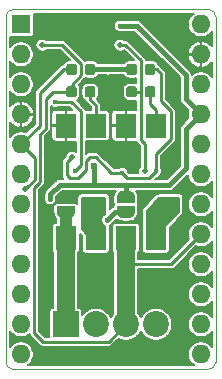
<source format=gbr>
%TF.GenerationSoftware,KiCad,Pcbnew,5.1.5+dfsg1-2~bpo10+1*%
%TF.CreationDate,Date%
%TF.ProjectId,ProMicro_ANA,50726f4d-6963-4726-9f5f-414e412e6b69,v1.0*%
%TF.SameCoordinates,Original*%
%TF.FileFunction,Copper,L1,Top*%
%TF.FilePolarity,Positive*%
%FSLAX45Y45*%
G04 Gerber Fmt 4.5, Leading zero omitted, Abs format (unit mm)*
G04 Created by KiCad*
%MOMM*%
%LPD*%
G04 APERTURE LIST*
%ADD10C,0.100000*%
%ADD11O,1.600000X1.600000*%
%ADD12R,1.600000X1.600000*%
%ADD13C,0.150000*%
%ADD14C,2.200000*%
%ADD15R,2.200000X2.200000*%
%ADD16R,1.780000X2.000000*%
%ADD17C,0.450000*%
%ADD18C,0.500000*%
%ADD19C,0.600000*%
%ADD20C,0.400000*%
%ADD21C,1.500000*%
%ADD22C,1.000000*%
%ADD23C,0.250000*%
%ADD24C,0.200000*%
%ADD25C,0.200000*%
%ADD26C,0.300000*%
%ADD27C,0.350000*%
G04 APERTURE END LIST*
D10*
X-63500Y-127000D02*
G75*
G02X-127000Y-63500I0J63500D01*
G01*
X1651000Y-63500D02*
G75*
G02X1587500Y-127000I-63500J0D01*
G01*
X1587500Y2921000D02*
G75*
G02X1651000Y2857500I0J-63500D01*
G01*
X-127000Y2857500D02*
G75*
G02X-63500Y2921000I63500J0D01*
G01*
X-127000Y-63500D02*
X-127000Y2857500D01*
X1587500Y-127000D02*
X-63500Y-127000D01*
X1651000Y2857500D02*
X1651000Y-63500D01*
X-63500Y2921000D02*
X1587500Y2921000D01*
D11*
X1524000Y2794000D03*
X1524000Y2540000D03*
X1524000Y2286000D03*
X0Y0D03*
X1524000Y2032000D03*
X0Y254000D03*
X1524000Y1778000D03*
X0Y508000D03*
X1524000Y1524000D03*
X0Y762000D03*
X1524000Y1270000D03*
X0Y1016000D03*
X1524000Y1016000D03*
X0Y1270000D03*
X1524000Y762000D03*
X0Y1524000D03*
X1524000Y508000D03*
X0Y1778000D03*
X1524000Y254000D03*
X0Y2032000D03*
X1524000Y0D03*
X0Y2286000D03*
X0Y2540000D03*
D12*
X0Y2794000D03*
%TA.AperFunction,SMDPad,CuDef*%
D13*
G36*
X814060Y1335000D02*
G01*
X814060Y1337453D01*
X814541Y1342337D01*
X815498Y1347149D01*
X816923Y1351845D01*
X818800Y1356378D01*
X821114Y1360705D01*
X823840Y1364785D01*
X826952Y1368578D01*
X830422Y1372048D01*
X834215Y1375160D01*
X838295Y1377886D01*
X842622Y1380200D01*
X847155Y1382077D01*
X851851Y1383502D01*
X856663Y1384459D01*
X861547Y1384940D01*
X864000Y1384940D01*
X864000Y1385000D01*
X914000Y1385000D01*
X914000Y1384940D01*
X916453Y1384940D01*
X921336Y1384459D01*
X926149Y1383502D01*
X930844Y1382077D01*
X935378Y1380200D01*
X939705Y1377886D01*
X943785Y1375160D01*
X947578Y1372048D01*
X951048Y1368578D01*
X954160Y1364785D01*
X956886Y1360705D01*
X959199Y1356378D01*
X961077Y1351845D01*
X962502Y1347149D01*
X963459Y1342337D01*
X963940Y1337453D01*
X963940Y1335000D01*
X964000Y1335000D01*
X964000Y1285000D01*
X814000Y1285000D01*
X814000Y1335000D01*
X814060Y1335000D01*
G37*
%TD.AperFunction*%
%TA.AperFunction,SMDPad,CuDef*%
G36*
X964000Y1255000D02*
G01*
X964000Y1205000D01*
X963940Y1205000D01*
X963940Y1202547D01*
X963459Y1197664D01*
X962502Y1192851D01*
X961077Y1188156D01*
X959199Y1183622D01*
X956886Y1179295D01*
X954160Y1175215D01*
X951048Y1171422D01*
X947578Y1167952D01*
X943785Y1164840D01*
X939705Y1162114D01*
X935378Y1159801D01*
X930844Y1157923D01*
X926149Y1156498D01*
X921336Y1155541D01*
X916453Y1155060D01*
X914000Y1155060D01*
X914000Y1155000D01*
X864000Y1155000D01*
X864000Y1155060D01*
X861547Y1155060D01*
X856663Y1155541D01*
X851851Y1156498D01*
X847155Y1157923D01*
X842622Y1159801D01*
X838295Y1162114D01*
X834215Y1164840D01*
X830422Y1167952D01*
X826952Y1171422D01*
X823840Y1175215D01*
X821114Y1179295D01*
X818800Y1183622D01*
X816923Y1188156D01*
X815498Y1192851D01*
X814541Y1197664D01*
X814060Y1202547D01*
X814060Y1205000D01*
X814000Y1205000D01*
X814000Y1255000D01*
X964000Y1255000D01*
G37*
%TD.AperFunction*%
%TA.AperFunction,SMDPad,CuDef*%
G36*
X306060Y1335000D02*
G01*
X306060Y1337453D01*
X306541Y1342337D01*
X307498Y1347149D01*
X308923Y1351845D01*
X310801Y1356378D01*
X313114Y1360705D01*
X315840Y1364785D01*
X318952Y1368578D01*
X322422Y1372048D01*
X326215Y1375160D01*
X330295Y1377886D01*
X334622Y1380200D01*
X339156Y1382077D01*
X343851Y1383502D01*
X348664Y1384459D01*
X353547Y1384940D01*
X356000Y1384940D01*
X356000Y1385000D01*
X406000Y1385000D01*
X406000Y1384940D01*
X408453Y1384940D01*
X413336Y1384459D01*
X418149Y1383502D01*
X422844Y1382077D01*
X427378Y1380200D01*
X431705Y1377886D01*
X435785Y1375160D01*
X439578Y1372048D01*
X443048Y1368578D01*
X446160Y1364785D01*
X448886Y1360705D01*
X451199Y1356378D01*
X453077Y1351845D01*
X454502Y1347149D01*
X455459Y1342337D01*
X455940Y1337453D01*
X455940Y1335000D01*
X456000Y1335000D01*
X456000Y1285000D01*
X306000Y1285000D01*
X306000Y1335000D01*
X306060Y1335000D01*
G37*
%TD.AperFunction*%
%TA.AperFunction,SMDPad,CuDef*%
G36*
X456000Y1255000D02*
G01*
X456000Y1205000D01*
X455940Y1205000D01*
X455940Y1202547D01*
X455459Y1197664D01*
X454502Y1192851D01*
X453077Y1188156D01*
X451199Y1183622D01*
X448886Y1179295D01*
X446160Y1175215D01*
X443048Y1171422D01*
X439578Y1167952D01*
X435785Y1164840D01*
X431705Y1162114D01*
X427378Y1159801D01*
X422844Y1157923D01*
X418149Y1156498D01*
X413336Y1155541D01*
X408453Y1155060D01*
X406000Y1155060D01*
X406000Y1155000D01*
X356000Y1155000D01*
X356000Y1155060D01*
X353547Y1155060D01*
X348664Y1155541D01*
X343851Y1156498D01*
X339156Y1157923D01*
X334622Y1159801D01*
X330295Y1162114D01*
X326215Y1164840D01*
X322422Y1167952D01*
X318952Y1171422D01*
X315840Y1175215D01*
X313114Y1179295D01*
X310801Y1183622D01*
X308923Y1188156D01*
X307498Y1192851D01*
X306541Y1197664D01*
X306060Y1202547D01*
X306060Y1205000D01*
X306000Y1205000D01*
X306000Y1255000D01*
X456000Y1255000D01*
G37*
%TD.AperFunction*%
%TA.AperFunction,SMDPad,CuDef*%
G36*
X961269Y2460395D02*
G01*
X963393Y2460080D01*
X965475Y2459558D01*
X967496Y2458835D01*
X969437Y2457917D01*
X971278Y2456813D01*
X973002Y2455535D01*
X974593Y2454093D01*
X976035Y2452502D01*
X977313Y2450778D01*
X978417Y2448937D01*
X979335Y2446996D01*
X980058Y2444975D01*
X980580Y2442893D01*
X980895Y2440769D01*
X981000Y2438625D01*
X981000Y2387375D01*
X980895Y2385231D01*
X980580Y2383107D01*
X980058Y2381025D01*
X979335Y2379004D01*
X978417Y2377063D01*
X977313Y2375222D01*
X976035Y2373498D01*
X974593Y2371907D01*
X973002Y2370465D01*
X971278Y2369187D01*
X969437Y2368083D01*
X967496Y2367165D01*
X965475Y2366442D01*
X963393Y2365920D01*
X961269Y2365605D01*
X959125Y2365500D01*
X915375Y2365500D01*
X913231Y2365605D01*
X911107Y2365920D01*
X909025Y2366442D01*
X907004Y2367165D01*
X905063Y2368083D01*
X903222Y2369187D01*
X901498Y2370465D01*
X899907Y2371907D01*
X898465Y2373498D01*
X897187Y2375222D01*
X896083Y2377063D01*
X895165Y2379004D01*
X894442Y2381025D01*
X893920Y2383107D01*
X893605Y2385231D01*
X893500Y2387375D01*
X893500Y2438625D01*
X893605Y2440769D01*
X893920Y2442893D01*
X894442Y2444975D01*
X895165Y2446996D01*
X896083Y2448937D01*
X897187Y2450778D01*
X898465Y2452502D01*
X899907Y2454093D01*
X901498Y2455535D01*
X903222Y2456813D01*
X905063Y2457917D01*
X907004Y2458835D01*
X909025Y2459558D01*
X911107Y2460080D01*
X913231Y2460395D01*
X915375Y2460500D01*
X959125Y2460500D01*
X961269Y2460395D01*
G37*
%TD.AperFunction*%
%TA.AperFunction,SMDPad,CuDef*%
G36*
X1118769Y2460395D02*
G01*
X1120893Y2460080D01*
X1122975Y2459558D01*
X1124996Y2458835D01*
X1126937Y2457917D01*
X1128778Y2456813D01*
X1130502Y2455535D01*
X1132093Y2454093D01*
X1133535Y2452502D01*
X1134813Y2450778D01*
X1135917Y2448937D01*
X1136835Y2446996D01*
X1137558Y2444975D01*
X1138080Y2442893D01*
X1138395Y2440769D01*
X1138500Y2438625D01*
X1138500Y2387375D01*
X1138395Y2385231D01*
X1138080Y2383107D01*
X1137558Y2381025D01*
X1136835Y2379004D01*
X1135917Y2377063D01*
X1134813Y2375222D01*
X1133535Y2373498D01*
X1132093Y2371907D01*
X1130502Y2370465D01*
X1128778Y2369187D01*
X1126937Y2368083D01*
X1124996Y2367165D01*
X1122975Y2366442D01*
X1120893Y2365920D01*
X1118769Y2365605D01*
X1116625Y2365500D01*
X1072875Y2365500D01*
X1070731Y2365605D01*
X1068607Y2365920D01*
X1066525Y2366442D01*
X1064504Y2367165D01*
X1062563Y2368083D01*
X1060722Y2369187D01*
X1058998Y2370465D01*
X1057407Y2371907D01*
X1055965Y2373498D01*
X1054687Y2375222D01*
X1053583Y2377063D01*
X1052665Y2379004D01*
X1051942Y2381025D01*
X1051420Y2383107D01*
X1051105Y2385231D01*
X1051000Y2387375D01*
X1051000Y2438625D01*
X1051105Y2440769D01*
X1051420Y2442893D01*
X1051942Y2444975D01*
X1052665Y2446996D01*
X1053583Y2448937D01*
X1054687Y2450778D01*
X1055965Y2452502D01*
X1057407Y2454093D01*
X1058998Y2455535D01*
X1060722Y2456813D01*
X1062563Y2457917D01*
X1064504Y2458835D01*
X1066525Y2459558D01*
X1068607Y2460080D01*
X1070731Y2460395D01*
X1072875Y2460500D01*
X1116625Y2460500D01*
X1118769Y2460395D01*
G37*
%TD.AperFunction*%
%TA.AperFunction,SMDPad,CuDef*%
G36*
X610769Y2460395D02*
G01*
X612893Y2460080D01*
X614975Y2459558D01*
X616996Y2458835D01*
X618937Y2457917D01*
X620778Y2456813D01*
X622502Y2455535D01*
X624093Y2454093D01*
X625535Y2452502D01*
X626813Y2450778D01*
X627917Y2448937D01*
X628835Y2446996D01*
X629558Y2444975D01*
X630080Y2442893D01*
X630395Y2440769D01*
X630500Y2438625D01*
X630500Y2387375D01*
X630395Y2385231D01*
X630080Y2383107D01*
X629558Y2381025D01*
X628835Y2379004D01*
X627917Y2377063D01*
X626813Y2375222D01*
X625535Y2373498D01*
X624093Y2371907D01*
X622502Y2370465D01*
X620778Y2369187D01*
X618937Y2368083D01*
X616996Y2367165D01*
X614975Y2366442D01*
X612893Y2365920D01*
X610769Y2365605D01*
X608625Y2365500D01*
X564875Y2365500D01*
X562731Y2365605D01*
X560607Y2365920D01*
X558525Y2366442D01*
X556504Y2367165D01*
X554563Y2368083D01*
X552722Y2369187D01*
X550998Y2370465D01*
X549407Y2371907D01*
X547965Y2373498D01*
X546687Y2375222D01*
X545583Y2377063D01*
X544665Y2379004D01*
X543942Y2381025D01*
X543420Y2383107D01*
X543105Y2385231D01*
X543000Y2387375D01*
X543000Y2438625D01*
X543105Y2440769D01*
X543420Y2442893D01*
X543942Y2444975D01*
X544665Y2446996D01*
X545583Y2448937D01*
X546687Y2450778D01*
X547965Y2452502D01*
X549407Y2454093D01*
X550998Y2455535D01*
X552722Y2456813D01*
X554563Y2457917D01*
X556504Y2458835D01*
X558525Y2459558D01*
X560607Y2460080D01*
X562731Y2460395D01*
X564875Y2460500D01*
X608625Y2460500D01*
X610769Y2460395D01*
G37*
%TD.AperFunction*%
%TA.AperFunction,SMDPad,CuDef*%
G36*
X453269Y2460395D02*
G01*
X455393Y2460080D01*
X457475Y2459558D01*
X459496Y2458835D01*
X461437Y2457917D01*
X463278Y2456813D01*
X465002Y2455535D01*
X466593Y2454093D01*
X468035Y2452502D01*
X469313Y2450778D01*
X470417Y2448937D01*
X471335Y2446996D01*
X472058Y2444975D01*
X472580Y2442893D01*
X472895Y2440769D01*
X473000Y2438625D01*
X473000Y2387375D01*
X472895Y2385231D01*
X472580Y2383107D01*
X472058Y2381025D01*
X471335Y2379004D01*
X470417Y2377063D01*
X469313Y2375222D01*
X468035Y2373498D01*
X466593Y2371907D01*
X465002Y2370465D01*
X463278Y2369187D01*
X461437Y2368083D01*
X459496Y2367165D01*
X457475Y2366442D01*
X455393Y2365920D01*
X453269Y2365605D01*
X451125Y2365500D01*
X407375Y2365500D01*
X405231Y2365605D01*
X403107Y2365920D01*
X401025Y2366442D01*
X399004Y2367165D01*
X397063Y2368083D01*
X395222Y2369187D01*
X393498Y2370465D01*
X391907Y2371907D01*
X390465Y2373498D01*
X389187Y2375222D01*
X388083Y2377063D01*
X387165Y2379004D01*
X386442Y2381025D01*
X385920Y2383107D01*
X385605Y2385231D01*
X385500Y2387375D01*
X385500Y2438625D01*
X385605Y2440769D01*
X385920Y2442893D01*
X386442Y2444975D01*
X387165Y2446996D01*
X388083Y2448937D01*
X389187Y2450778D01*
X390465Y2452502D01*
X391907Y2454093D01*
X393498Y2455535D01*
X395222Y2456813D01*
X397063Y2457917D01*
X399004Y2458835D01*
X401025Y2459558D01*
X403107Y2460080D01*
X405231Y2460395D01*
X407375Y2460500D01*
X451125Y2460500D01*
X453269Y2460395D01*
G37*
%TD.AperFunction*%
%TA.AperFunction,SMDPad,CuDef*%
G36*
X961269Y2269895D02*
G01*
X963393Y2269580D01*
X965475Y2269058D01*
X967496Y2268335D01*
X969437Y2267417D01*
X971278Y2266313D01*
X973002Y2265035D01*
X974593Y2263593D01*
X976035Y2262002D01*
X977313Y2260278D01*
X978417Y2258437D01*
X979335Y2256496D01*
X980058Y2254475D01*
X980580Y2252393D01*
X980895Y2250269D01*
X981000Y2248125D01*
X981000Y2196875D01*
X980895Y2194731D01*
X980580Y2192607D01*
X980058Y2190525D01*
X979335Y2188504D01*
X978417Y2186563D01*
X977313Y2184722D01*
X976035Y2182998D01*
X974593Y2181407D01*
X973002Y2179965D01*
X971278Y2178687D01*
X969437Y2177583D01*
X967496Y2176665D01*
X965475Y2175942D01*
X963393Y2175420D01*
X961269Y2175105D01*
X959125Y2175000D01*
X915375Y2175000D01*
X913231Y2175105D01*
X911107Y2175420D01*
X909025Y2175942D01*
X907004Y2176665D01*
X905063Y2177583D01*
X903222Y2178687D01*
X901498Y2179965D01*
X899907Y2181407D01*
X898465Y2182998D01*
X897187Y2184722D01*
X896083Y2186563D01*
X895165Y2188504D01*
X894442Y2190525D01*
X893920Y2192607D01*
X893605Y2194731D01*
X893500Y2196875D01*
X893500Y2248125D01*
X893605Y2250269D01*
X893920Y2252393D01*
X894442Y2254475D01*
X895165Y2256496D01*
X896083Y2258437D01*
X897187Y2260278D01*
X898465Y2262002D01*
X899907Y2263593D01*
X901498Y2265035D01*
X903222Y2266313D01*
X905063Y2267417D01*
X907004Y2268335D01*
X909025Y2269058D01*
X911107Y2269580D01*
X913231Y2269895D01*
X915375Y2270000D01*
X959125Y2270000D01*
X961269Y2269895D01*
G37*
%TD.AperFunction*%
%TA.AperFunction,SMDPad,CuDef*%
G36*
X1118769Y2269895D02*
G01*
X1120893Y2269580D01*
X1122975Y2269058D01*
X1124996Y2268335D01*
X1126937Y2267417D01*
X1128778Y2266313D01*
X1130502Y2265035D01*
X1132093Y2263593D01*
X1133535Y2262002D01*
X1134813Y2260278D01*
X1135917Y2258437D01*
X1136835Y2256496D01*
X1137558Y2254475D01*
X1138080Y2252393D01*
X1138395Y2250269D01*
X1138500Y2248125D01*
X1138500Y2196875D01*
X1138395Y2194731D01*
X1138080Y2192607D01*
X1137558Y2190525D01*
X1136835Y2188504D01*
X1135917Y2186563D01*
X1134813Y2184722D01*
X1133535Y2182998D01*
X1132093Y2181407D01*
X1130502Y2179965D01*
X1128778Y2178687D01*
X1126937Y2177583D01*
X1124996Y2176665D01*
X1122975Y2175942D01*
X1120893Y2175420D01*
X1118769Y2175105D01*
X1116625Y2175000D01*
X1072875Y2175000D01*
X1070731Y2175105D01*
X1068607Y2175420D01*
X1066525Y2175942D01*
X1064504Y2176665D01*
X1062563Y2177583D01*
X1060722Y2178687D01*
X1058998Y2179965D01*
X1057407Y2181407D01*
X1055965Y2182998D01*
X1054687Y2184722D01*
X1053583Y2186563D01*
X1052665Y2188504D01*
X1051942Y2190525D01*
X1051420Y2192607D01*
X1051105Y2194731D01*
X1051000Y2196875D01*
X1051000Y2248125D01*
X1051105Y2250269D01*
X1051420Y2252393D01*
X1051942Y2254475D01*
X1052665Y2256496D01*
X1053583Y2258437D01*
X1054687Y2260278D01*
X1055965Y2262002D01*
X1057407Y2263593D01*
X1058998Y2265035D01*
X1060722Y2266313D01*
X1062563Y2267417D01*
X1064504Y2268335D01*
X1066525Y2269058D01*
X1068607Y2269580D01*
X1070731Y2269895D01*
X1072875Y2270000D01*
X1116625Y2270000D01*
X1118769Y2269895D01*
G37*
%TD.AperFunction*%
%TA.AperFunction,SMDPad,CuDef*%
G36*
X453269Y2269895D02*
G01*
X455393Y2269580D01*
X457475Y2269058D01*
X459496Y2268335D01*
X461437Y2267417D01*
X463278Y2266313D01*
X465002Y2265035D01*
X466593Y2263593D01*
X468035Y2262002D01*
X469313Y2260278D01*
X470417Y2258437D01*
X471335Y2256496D01*
X472058Y2254475D01*
X472580Y2252393D01*
X472895Y2250269D01*
X473000Y2248125D01*
X473000Y2196875D01*
X472895Y2194731D01*
X472580Y2192607D01*
X472058Y2190525D01*
X471335Y2188504D01*
X470417Y2186563D01*
X469313Y2184722D01*
X468035Y2182998D01*
X466593Y2181407D01*
X465002Y2179965D01*
X463278Y2178687D01*
X461437Y2177583D01*
X459496Y2176665D01*
X457475Y2175942D01*
X455393Y2175420D01*
X453269Y2175105D01*
X451125Y2175000D01*
X407375Y2175000D01*
X405231Y2175105D01*
X403107Y2175420D01*
X401025Y2175942D01*
X399004Y2176665D01*
X397063Y2177583D01*
X395222Y2178687D01*
X393498Y2179965D01*
X391907Y2181407D01*
X390465Y2182998D01*
X389187Y2184722D01*
X388083Y2186563D01*
X387165Y2188504D01*
X386442Y2190525D01*
X385920Y2192607D01*
X385605Y2194731D01*
X385500Y2196875D01*
X385500Y2248125D01*
X385605Y2250269D01*
X385920Y2252393D01*
X386442Y2254475D01*
X387165Y2256496D01*
X388083Y2258437D01*
X389187Y2260278D01*
X390465Y2262002D01*
X391907Y2263593D01*
X393498Y2265035D01*
X395222Y2266313D01*
X397063Y2267417D01*
X399004Y2268335D01*
X401025Y2269058D01*
X403107Y2269580D01*
X405231Y2269895D01*
X407375Y2270000D01*
X451125Y2270000D01*
X453269Y2269895D01*
G37*
%TD.AperFunction*%
%TA.AperFunction,SMDPad,CuDef*%
G36*
X610769Y2269895D02*
G01*
X612893Y2269580D01*
X614975Y2269058D01*
X616996Y2268335D01*
X618937Y2267417D01*
X620778Y2266313D01*
X622502Y2265035D01*
X624093Y2263593D01*
X625535Y2262002D01*
X626813Y2260278D01*
X627917Y2258437D01*
X628835Y2256496D01*
X629558Y2254475D01*
X630080Y2252393D01*
X630395Y2250269D01*
X630500Y2248125D01*
X630500Y2196875D01*
X630395Y2194731D01*
X630080Y2192607D01*
X629558Y2190525D01*
X628835Y2188504D01*
X627917Y2186563D01*
X626813Y2184722D01*
X625535Y2182998D01*
X624093Y2181407D01*
X622502Y2179965D01*
X620778Y2178687D01*
X618937Y2177583D01*
X616996Y2176665D01*
X614975Y2175942D01*
X612893Y2175420D01*
X610769Y2175105D01*
X608625Y2175000D01*
X564875Y2175000D01*
X562731Y2175105D01*
X560607Y2175420D01*
X558525Y2175942D01*
X556504Y2176665D01*
X554563Y2177583D01*
X552722Y2178687D01*
X550998Y2179965D01*
X549407Y2181407D01*
X547965Y2182998D01*
X546687Y2184722D01*
X545583Y2186563D01*
X544665Y2188504D01*
X543942Y2190525D01*
X543420Y2192607D01*
X543105Y2194731D01*
X543000Y2196875D01*
X543000Y2248125D01*
X543105Y2250269D01*
X543420Y2252393D01*
X543942Y2254475D01*
X544665Y2256496D01*
X545583Y2258437D01*
X546687Y2260278D01*
X547965Y2262002D01*
X549407Y2263593D01*
X550998Y2265035D01*
X552722Y2266313D01*
X554563Y2267417D01*
X556504Y2268335D01*
X558525Y2269058D01*
X560607Y2269580D01*
X562731Y2269895D01*
X564875Y2270000D01*
X608625Y2270000D01*
X610769Y2269895D01*
G37*
%TD.AperFunction*%
D14*
X1143000Y254000D03*
X889000Y254000D03*
X635000Y254000D03*
D15*
X381000Y254000D03*
D16*
X1143000Y984000D03*
X381000Y1937000D03*
X889000Y984000D03*
X635000Y1937000D03*
X635000Y984000D03*
X889000Y1937000D03*
X381000Y984000D03*
X1143000Y1937000D03*
D17*
X349250Y1308100D03*
X1022350Y647700D03*
D18*
X685800Y1701800D03*
X838200Y1701800D03*
X431800Y1892300D03*
X381000Y0D03*
X1143000Y0D03*
X889000Y0D03*
X635000Y0D03*
D17*
X241300Y1600200D03*
X685800Y2330450D03*
X1009650Y1257300D03*
X1409700Y1174750D03*
X1397000Y1016000D03*
X1009650Y1149350D03*
X838200Y2336800D03*
X266700Y2552700D03*
X1028700Y2603500D03*
X1231900Y1549400D03*
X1320800Y2330450D03*
X1320800Y1600200D03*
X1409700Y1397000D03*
X1397000Y635000D03*
X76200Y2413000D03*
X635000Y2603500D03*
X508000Y2603500D03*
X749300Y2819400D03*
X1320800Y2603500D03*
X177800Y2794000D03*
X203200Y1104900D03*
D18*
X203200Y203200D03*
D17*
X203200Y1193800D03*
X1250950Y2165350D03*
D18*
X203200Y304800D03*
D17*
X177800Y736600D03*
X917000Y1323400D03*
X736600Y2413000D03*
X838200Y2781300D03*
D19*
X615501Y1598609D03*
D17*
X247650Y1314449D03*
X1142997Y1549400D03*
X858014Y1535881D03*
D18*
X431800Y1670052D03*
X38100Y1397000D03*
X838200Y2618750D03*
X1047750Y1549751D03*
X177800Y2618750D03*
D17*
X730250Y1136178D03*
X285810Y2140268D03*
X457200Y1549400D03*
D18*
X685800Y1219200D03*
X622300Y1219200D03*
X558800Y1295400D03*
X622300Y1295400D03*
X685800Y1295400D03*
X558800Y1219200D03*
X1244600Y1219200D03*
X1181100Y1219200D03*
X1308100Y1295400D03*
X1244600Y1295400D03*
X1181100Y1295400D03*
X1308100Y1219200D03*
D20*
X586750Y2413000D02*
X762000Y2413000D01*
X937250Y2413000D02*
X762000Y2413000D01*
X1397000Y1905000D02*
X1524000Y2032000D01*
X1397000Y1574800D02*
X1397000Y1905000D01*
X1257300Y1435100D02*
X1397000Y1574800D01*
X889000Y1435100D02*
X1257300Y1435100D01*
X889000Y1335000D02*
X889000Y1435100D01*
X870020Y2781300D02*
X838200Y2781300D01*
X1524000Y2032000D02*
X1397000Y2159000D01*
X1397000Y2159000D02*
X1397000Y2365375D01*
X1397000Y2365375D02*
X981075Y2781300D01*
X981075Y2781300D02*
X870020Y2781300D01*
X615501Y1556182D02*
X615501Y1598609D01*
X615501Y1435549D02*
X615501Y1556182D01*
X615950Y1435100D02*
X615501Y1435549D01*
X889000Y1435100D02*
X328992Y1435100D01*
X328992Y1435100D02*
X247650Y1353758D01*
X247650Y1353758D02*
X247650Y1346269D01*
X247650Y1346269D02*
X247650Y1314449D01*
D21*
X381000Y389000D02*
X381000Y254000D01*
X381000Y984000D02*
X381000Y389000D01*
D22*
X381000Y1205000D02*
X381000Y977900D01*
D23*
X1142997Y1549400D02*
X1085847Y1492250D01*
X880514Y1513381D02*
X858014Y1535881D01*
X1085847Y1492250D02*
X901645Y1492250D01*
X901645Y1492250D02*
X880514Y1513381D01*
X387350Y1517650D02*
X387350Y1625602D01*
X858014Y1535881D02*
X766619Y1535881D01*
X766619Y1535881D02*
X632450Y1670050D01*
X553001Y1562651D02*
X482600Y1492250D01*
X632450Y1670050D02*
X584341Y1670050D01*
X553001Y1638710D02*
X553001Y1562651D01*
X584341Y1670050D02*
X553001Y1638710D01*
X406800Y1645052D02*
X431800Y1670052D01*
X482600Y1492250D02*
X412750Y1492250D01*
X412750Y1492250D02*
X387350Y1517650D01*
X387350Y1625602D02*
X406800Y1645052D01*
X1270000Y2057400D02*
X1270000Y1822450D01*
X1142997Y1695447D02*
X1142997Y1549400D01*
X1270000Y1822450D02*
X1142997Y1695447D01*
X1185200Y2377150D02*
X1185200Y2142200D01*
X1149350Y2413000D02*
X1185200Y2377150D01*
X1185200Y2142200D02*
X1270000Y2057400D01*
X1094750Y2413000D02*
X1149350Y2413000D01*
X158750Y1936750D02*
X0Y1778000D01*
X158750Y2209800D02*
X158750Y1936750D01*
X361950Y2413000D02*
X158750Y2209800D01*
X429250Y2413000D02*
X361950Y2413000D01*
X63100Y1422000D02*
X38100Y1397000D01*
X0Y1778000D02*
X115586Y1662414D01*
X63100Y1422141D02*
X63100Y1422000D01*
X115586Y1662414D02*
X115586Y1474627D01*
X115586Y1474627D02*
X63100Y1422141D01*
X1016000Y2222500D02*
X939800Y2222500D01*
X1047750Y1784350D02*
X1047750Y1549751D01*
X1016000Y1816100D02*
X1047750Y1784350D01*
X1016000Y2488450D02*
X1016000Y1816100D01*
X885700Y2618750D02*
X1016000Y2488450D01*
X838200Y2618750D02*
X885700Y2618750D01*
X1524000Y1016000D02*
X1270000Y762000D01*
X1270000Y762000D02*
X1054100Y762000D01*
D21*
X889000Y762000D02*
X889000Y254000D01*
X889000Y984000D02*
X889000Y762000D01*
D23*
X1054100Y762000D02*
X889000Y762000D01*
X508000Y2458649D02*
X347899Y2618750D01*
X225300Y2618750D02*
X177800Y2618750D01*
X347899Y2618750D02*
X225300Y2618750D01*
X429250Y2222500D02*
X429250Y2283450D01*
X508000Y2362200D02*
X508000Y2458649D01*
X429250Y2283450D02*
X508000Y2362200D01*
X209550Y2159000D02*
X273050Y2222500D01*
X209550Y1911350D02*
X209550Y2159000D01*
X385500Y2222500D02*
X429250Y2222500D01*
X160900Y1862700D02*
X209550Y1911350D01*
X160900Y1456300D02*
X160900Y1862700D01*
X114300Y1409700D02*
X160900Y1456300D01*
X114300Y177800D02*
X114300Y1409700D01*
X184150Y107950D02*
X114300Y177800D01*
X742950Y107950D02*
X184150Y107950D01*
X273050Y2222500D02*
X385500Y2222500D01*
X889000Y254000D02*
X742950Y107950D01*
D20*
X799072Y1205000D02*
X730250Y1136178D01*
X889000Y1205000D02*
X799072Y1205000D01*
D23*
X317630Y2140268D02*
X285810Y2140268D01*
X425232Y2140268D02*
X317630Y2140268D01*
X508000Y1600200D02*
X508000Y2057500D01*
X457200Y1549400D02*
X508000Y1600200D01*
X508000Y2057500D02*
X425232Y2140268D01*
X635000Y2108200D02*
X635000Y1937000D01*
X586750Y2156450D02*
X635000Y2108200D01*
X586750Y2222500D02*
X586750Y2156450D01*
X1094750Y2118350D02*
X1094750Y2222500D01*
X1143000Y2070100D02*
X1094750Y2118350D01*
X1143000Y1937000D02*
X1143000Y2070100D01*
D24*
G36*
X1616000Y822307D02*
G01*
X1609442Y832121D01*
X1594121Y847442D01*
X1576104Y859481D01*
X1556086Y867773D01*
X1534834Y872000D01*
X1513166Y872000D01*
X1491914Y867773D01*
X1471895Y859481D01*
X1453879Y847442D01*
X1438557Y832121D01*
X1426519Y814104D01*
X1418227Y794086D01*
X1414000Y772834D01*
X1414000Y751166D01*
X1418227Y729914D01*
X1426519Y709895D01*
X1438557Y691879D01*
X1453879Y676558D01*
X1471895Y664519D01*
X1491914Y656227D01*
X1513166Y652000D01*
X1534834Y652000D01*
X1556086Y656227D01*
X1576104Y664519D01*
X1594121Y676558D01*
X1609442Y691879D01*
X1616000Y701693D01*
X1616000Y568307D01*
X1609442Y578121D01*
X1594121Y593443D01*
X1576104Y605481D01*
X1556086Y613773D01*
X1534834Y618000D01*
X1513166Y618000D01*
X1491914Y613773D01*
X1471895Y605481D01*
X1453879Y593443D01*
X1438557Y578121D01*
X1426519Y560105D01*
X1418227Y540086D01*
X1414000Y518834D01*
X1414000Y497166D01*
X1418227Y475914D01*
X1426519Y455895D01*
X1438557Y437879D01*
X1453879Y422557D01*
X1471895Y410519D01*
X1491914Y402227D01*
X1513166Y398000D01*
X1534834Y398000D01*
X1556086Y402227D01*
X1576104Y410519D01*
X1594121Y422557D01*
X1609442Y437879D01*
X1616000Y447693D01*
X1616000Y314307D01*
X1609442Y324121D01*
X1594121Y339443D01*
X1576104Y351481D01*
X1556086Y359773D01*
X1534834Y364000D01*
X1513166Y364000D01*
X1491914Y359773D01*
X1471895Y351481D01*
X1453879Y339443D01*
X1438557Y324121D01*
X1426519Y306105D01*
X1418227Y286086D01*
X1414000Y264834D01*
X1414000Y243166D01*
X1418227Y221914D01*
X1426519Y201895D01*
X1438557Y183879D01*
X1453879Y168558D01*
X1471895Y156519D01*
X1491914Y148227D01*
X1513166Y144000D01*
X1534834Y144000D01*
X1556086Y148227D01*
X1576104Y156519D01*
X1594121Y168558D01*
X1609442Y183879D01*
X1616000Y193693D01*
X1616000Y60307D01*
X1609442Y70121D01*
X1594121Y85443D01*
X1576104Y97481D01*
X1556086Y105773D01*
X1534834Y110000D01*
X1513166Y110000D01*
X1491914Y105773D01*
X1471895Y97481D01*
X1453879Y85443D01*
X1438557Y70121D01*
X1426519Y52104D01*
X1418227Y32086D01*
X1414000Y10834D01*
X1414000Y-10834D01*
X1418227Y-32086D01*
X1426519Y-52104D01*
X1438557Y-70121D01*
X1453879Y-85443D01*
X1463693Y-92000D01*
X60307Y-92000D01*
X70121Y-85443D01*
X85443Y-70121D01*
X97481Y-52104D01*
X105773Y-32086D01*
X110000Y-10834D01*
X110000Y10834D01*
X105773Y32086D01*
X97481Y52104D01*
X85443Y70121D01*
X70121Y85443D01*
X52104Y97481D01*
X32086Y105773D01*
X10834Y110000D01*
X-10834Y110000D01*
X-32086Y105773D01*
X-52104Y97481D01*
X-70121Y85443D01*
X-85443Y70121D01*
X-92000Y60307D01*
X-92000Y193693D01*
X-85443Y183879D01*
X-70121Y168558D01*
X-52104Y156519D01*
X-32086Y148227D01*
X-10834Y144000D01*
X10834Y144000D01*
X32086Y148227D01*
X52104Y156519D01*
X70121Y168558D01*
X72291Y170728D01*
X72415Y169469D01*
X74845Y161457D01*
X78792Y154074D01*
X84103Y147603D01*
X85724Y146272D01*
X152622Y79374D01*
X153953Y77753D01*
X160424Y72442D01*
X167807Y68495D01*
X173388Y66802D01*
X175818Y66065D01*
X176660Y65982D01*
X182063Y65450D01*
X182063Y65450D01*
X184150Y65244D01*
X186237Y65450D01*
X740863Y65450D01*
X742950Y65244D01*
X745037Y65450D01*
X745037Y65450D01*
X751281Y66065D01*
X759293Y68495D01*
X766676Y72442D01*
X773147Y77753D01*
X774478Y79374D01*
X824349Y129245D01*
X848163Y119380D01*
X875211Y114000D01*
X902789Y114000D01*
X929836Y119380D01*
X955315Y129934D01*
X978245Y145255D01*
X997745Y164755D01*
X1013066Y187685D01*
X1016000Y194767D01*
X1018934Y187685D01*
X1034255Y164755D01*
X1053755Y145255D01*
X1076685Y129934D01*
X1102164Y119380D01*
X1129211Y114000D01*
X1156789Y114000D01*
X1183837Y119380D01*
X1209315Y129934D01*
X1232245Y145255D01*
X1251745Y164755D01*
X1267066Y187685D01*
X1277620Y213163D01*
X1283000Y240211D01*
X1283000Y267789D01*
X1277620Y294837D01*
X1267066Y320315D01*
X1251745Y343245D01*
X1232245Y362745D01*
X1209315Y378066D01*
X1183837Y388620D01*
X1156789Y394000D01*
X1129211Y394000D01*
X1102164Y388620D01*
X1076685Y378066D01*
X1053755Y362745D01*
X1034255Y343245D01*
X1018934Y320315D01*
X1016000Y313233D01*
X1013066Y320315D01*
X997745Y343245D01*
X994000Y346990D01*
X994000Y719500D01*
X1267913Y719500D01*
X1270000Y719294D01*
X1272087Y719500D01*
X1272087Y719500D01*
X1278331Y720115D01*
X1286343Y722545D01*
X1293726Y726492D01*
X1300197Y731803D01*
X1301528Y733424D01*
X1482310Y914206D01*
X1491914Y910227D01*
X1513166Y906000D01*
X1534834Y906000D01*
X1556086Y910227D01*
X1576104Y918519D01*
X1594121Y930557D01*
X1609442Y945879D01*
X1616000Y955693D01*
X1616000Y822307D01*
G37*
X1616000Y822307D02*
X1609442Y832121D01*
X1594121Y847442D01*
X1576104Y859481D01*
X1556086Y867773D01*
X1534834Y872000D01*
X1513166Y872000D01*
X1491914Y867773D01*
X1471895Y859481D01*
X1453879Y847442D01*
X1438557Y832121D01*
X1426519Y814104D01*
X1418227Y794086D01*
X1414000Y772834D01*
X1414000Y751166D01*
X1418227Y729914D01*
X1426519Y709895D01*
X1438557Y691879D01*
X1453879Y676558D01*
X1471895Y664519D01*
X1491914Y656227D01*
X1513166Y652000D01*
X1534834Y652000D01*
X1556086Y656227D01*
X1576104Y664519D01*
X1594121Y676558D01*
X1609442Y691879D01*
X1616000Y701693D01*
X1616000Y568307D01*
X1609442Y578121D01*
X1594121Y593443D01*
X1576104Y605481D01*
X1556086Y613773D01*
X1534834Y618000D01*
X1513166Y618000D01*
X1491914Y613773D01*
X1471895Y605481D01*
X1453879Y593443D01*
X1438557Y578121D01*
X1426519Y560105D01*
X1418227Y540086D01*
X1414000Y518834D01*
X1414000Y497166D01*
X1418227Y475914D01*
X1426519Y455895D01*
X1438557Y437879D01*
X1453879Y422557D01*
X1471895Y410519D01*
X1491914Y402227D01*
X1513166Y398000D01*
X1534834Y398000D01*
X1556086Y402227D01*
X1576104Y410519D01*
X1594121Y422557D01*
X1609442Y437879D01*
X1616000Y447693D01*
X1616000Y314307D01*
X1609442Y324121D01*
X1594121Y339443D01*
X1576104Y351481D01*
X1556086Y359773D01*
X1534834Y364000D01*
X1513166Y364000D01*
X1491914Y359773D01*
X1471895Y351481D01*
X1453879Y339443D01*
X1438557Y324121D01*
X1426519Y306105D01*
X1418227Y286086D01*
X1414000Y264834D01*
X1414000Y243166D01*
X1418227Y221914D01*
X1426519Y201895D01*
X1438557Y183879D01*
X1453879Y168558D01*
X1471895Y156519D01*
X1491914Y148227D01*
X1513166Y144000D01*
X1534834Y144000D01*
X1556086Y148227D01*
X1576104Y156519D01*
X1594121Y168558D01*
X1609442Y183879D01*
X1616000Y193693D01*
X1616000Y60307D01*
X1609442Y70121D01*
X1594121Y85443D01*
X1576104Y97481D01*
X1556086Y105773D01*
X1534834Y110000D01*
X1513166Y110000D01*
X1491914Y105773D01*
X1471895Y97481D01*
X1453879Y85443D01*
X1438557Y70121D01*
X1426519Y52104D01*
X1418227Y32086D01*
X1414000Y10834D01*
X1414000Y-10834D01*
X1418227Y-32086D01*
X1426519Y-52104D01*
X1438557Y-70121D01*
X1453879Y-85443D01*
X1463693Y-92000D01*
X60307Y-92000D01*
X70121Y-85443D01*
X85443Y-70121D01*
X97481Y-52104D01*
X105773Y-32086D01*
X110000Y-10834D01*
X110000Y10834D01*
X105773Y32086D01*
X97481Y52104D01*
X85443Y70121D01*
X70121Y85443D01*
X52104Y97481D01*
X32086Y105773D01*
X10834Y110000D01*
X-10834Y110000D01*
X-32086Y105773D01*
X-52104Y97481D01*
X-70121Y85443D01*
X-85443Y70121D01*
X-92000Y60307D01*
X-92000Y193693D01*
X-85443Y183879D01*
X-70121Y168558D01*
X-52104Y156519D01*
X-32086Y148227D01*
X-10834Y144000D01*
X10834Y144000D01*
X32086Y148227D01*
X52104Y156519D01*
X70121Y168558D01*
X72291Y170728D01*
X72415Y169469D01*
X74845Y161457D01*
X78792Y154074D01*
X84103Y147603D01*
X85724Y146272D01*
X152622Y79374D01*
X153953Y77753D01*
X160424Y72442D01*
X167807Y68495D01*
X173388Y66802D01*
X175818Y66065D01*
X176660Y65982D01*
X182063Y65450D01*
X182063Y65450D01*
X184150Y65244D01*
X186237Y65450D01*
X740863Y65450D01*
X742950Y65244D01*
X745037Y65450D01*
X745037Y65450D01*
X751281Y66065D01*
X759293Y68495D01*
X766676Y72442D01*
X773147Y77753D01*
X774478Y79374D01*
X824349Y129245D01*
X848163Y119380D01*
X875211Y114000D01*
X902789Y114000D01*
X929836Y119380D01*
X955315Y129934D01*
X978245Y145255D01*
X997745Y164755D01*
X1013066Y187685D01*
X1016000Y194767D01*
X1018934Y187685D01*
X1034255Y164755D01*
X1053755Y145255D01*
X1076685Y129934D01*
X1102164Y119380D01*
X1129211Y114000D01*
X1156789Y114000D01*
X1183837Y119380D01*
X1209315Y129934D01*
X1232245Y145255D01*
X1251745Y164755D01*
X1267066Y187685D01*
X1277620Y213163D01*
X1283000Y240211D01*
X1283000Y267789D01*
X1277620Y294837D01*
X1267066Y320315D01*
X1251745Y343245D01*
X1232245Y362745D01*
X1209315Y378066D01*
X1183837Y388620D01*
X1156789Y394000D01*
X1129211Y394000D01*
X1102164Y388620D01*
X1076685Y378066D01*
X1053755Y362745D01*
X1034255Y343245D01*
X1018934Y320315D01*
X1016000Y313233D01*
X1013066Y320315D01*
X997745Y343245D01*
X994000Y346990D01*
X994000Y719500D01*
X1267913Y719500D01*
X1270000Y719294D01*
X1272087Y719500D01*
X1272087Y719500D01*
X1278331Y720115D01*
X1286343Y722545D01*
X1293726Y726492D01*
X1300197Y731803D01*
X1301528Y733424D01*
X1482310Y914206D01*
X1491914Y910227D01*
X1513166Y906000D01*
X1534834Y906000D01*
X1556086Y910227D01*
X1576104Y918519D01*
X1594121Y930557D01*
X1609442Y945879D01*
X1616000Y955693D01*
X1616000Y822307D01*
G36*
X252343Y2099489D02*
G01*
X260942Y2093743D01*
X270496Y2089786D01*
X280639Y2087768D01*
X290981Y2087768D01*
X301124Y2089786D01*
X310678Y2093743D01*
X316702Y2097768D01*
X407628Y2097768D01*
X433307Y2072089D01*
X392250Y2072000D01*
X383500Y2063250D01*
X383500Y1939500D01*
X385500Y1939500D01*
X385500Y1934500D01*
X383500Y1934500D01*
X383500Y1810750D01*
X392250Y1802000D01*
X465500Y1801840D01*
X465500Y1713683D01*
X457852Y1718793D01*
X447843Y1722939D01*
X437217Y1725052D01*
X426383Y1725052D01*
X415757Y1722939D01*
X405748Y1718793D01*
X396740Y1712774D01*
X389079Y1705113D01*
X383060Y1696105D01*
X378914Y1686095D01*
X376800Y1675469D01*
X376800Y1675156D01*
X358774Y1657130D01*
X357153Y1655800D01*
X355822Y1654179D01*
X355822Y1654178D01*
X355683Y1654009D01*
X351842Y1649328D01*
X349556Y1645052D01*
X347895Y1641945D01*
X345465Y1633934D01*
X344645Y1625602D01*
X344850Y1623515D01*
X344850Y1519737D01*
X344645Y1517650D01*
X344850Y1515563D01*
X344850Y1515563D01*
X345369Y1510296D01*
X345465Y1509319D01*
X345685Y1508593D01*
X347895Y1501307D01*
X351842Y1493924D01*
X357153Y1487453D01*
X358774Y1486122D01*
X359796Y1485100D01*
X331448Y1485100D01*
X328992Y1485342D01*
X319190Y1484376D01*
X316331Y1483509D01*
X309765Y1481517D01*
X301079Y1476875D01*
X293466Y1470626D01*
X291900Y1468718D01*
X214032Y1390851D01*
X212124Y1389284D01*
X205875Y1381671D01*
X201232Y1372985D01*
X200304Y1369925D01*
X198373Y1363560D01*
X197408Y1353758D01*
X197650Y1351302D01*
X197650Y1330928D01*
X197168Y1329763D01*
X195150Y1319620D01*
X195150Y1309279D01*
X197168Y1299136D01*
X201125Y1289581D01*
X206871Y1280983D01*
X214183Y1273670D01*
X222782Y1267925D01*
X232336Y1263967D01*
X242479Y1261949D01*
X252821Y1261949D01*
X262964Y1263967D01*
X272518Y1267925D01*
X281117Y1273670D01*
X288429Y1280983D01*
X294175Y1289581D01*
X298132Y1299136D01*
X300150Y1309279D01*
X300150Y1319620D01*
X298132Y1329763D01*
X297650Y1330928D01*
X297650Y1333047D01*
X349703Y1385100D01*
X613495Y1385100D01*
X615950Y1384858D01*
X618405Y1385100D01*
X801624Y1385100D01*
X800285Y1383468D01*
X794839Y1375318D01*
X792053Y1370106D01*
X788302Y1361050D01*
X786587Y1355395D01*
X784675Y1345782D01*
X784096Y1339901D01*
X784096Y1337445D01*
X783855Y1335000D01*
X783855Y1285000D01*
X784434Y1279119D01*
X786149Y1273464D01*
X788001Y1270000D01*
X786149Y1266536D01*
X784434Y1260881D01*
X783855Y1255000D01*
X783855Y1252634D01*
X779845Y1251418D01*
X771159Y1246775D01*
X763546Y1240526D01*
X761979Y1238618D01*
X753900Y1230539D01*
X753900Y1333500D01*
X753324Y1339353D01*
X751616Y1344981D01*
X748844Y1350167D01*
X745113Y1354713D01*
X740567Y1358444D01*
X735380Y1361216D01*
X729753Y1362924D01*
X723900Y1363500D01*
X508000Y1363500D01*
X502147Y1362924D01*
X496519Y1361216D01*
X491333Y1358444D01*
X486787Y1354713D01*
X483056Y1350167D01*
X480284Y1344981D01*
X478576Y1339353D01*
X478000Y1333500D01*
X478000Y1275482D01*
X477316Y1276316D01*
X472748Y1280065D01*
X467536Y1282851D01*
X461881Y1284566D01*
X456000Y1285145D01*
X383455Y1285145D01*
X381000Y1285387D01*
X378545Y1285145D01*
X306000Y1285145D01*
X300119Y1284566D01*
X294464Y1282851D01*
X289252Y1280065D01*
X284684Y1276316D01*
X280935Y1271748D01*
X278150Y1266536D01*
X276434Y1260881D01*
X275855Y1255000D01*
X275855Y1205000D01*
X276096Y1202555D01*
X276096Y1200099D01*
X276675Y1194218D01*
X278587Y1184605D01*
X280302Y1178950D01*
X284053Y1169894D01*
X286839Y1164682D01*
X292285Y1156533D01*
X296034Y1151964D01*
X301000Y1146998D01*
X301000Y1114145D01*
X292000Y1114145D01*
X286119Y1113566D01*
X280464Y1111850D01*
X275252Y1109065D01*
X270684Y1105316D01*
X266935Y1100748D01*
X264150Y1095536D01*
X262434Y1089881D01*
X261855Y1084000D01*
X261855Y884000D01*
X262434Y878119D01*
X264150Y872464D01*
X266935Y867252D01*
X270684Y862684D01*
X275252Y858935D01*
X276000Y858536D01*
X276000Y394159D01*
X276000Y394158D01*
X276000Y394145D01*
X271000Y394145D01*
X265119Y393566D01*
X259464Y391850D01*
X254252Y389065D01*
X249684Y385316D01*
X245935Y380748D01*
X243150Y375536D01*
X241434Y369881D01*
X240855Y364000D01*
X240855Y150450D01*
X201754Y150450D01*
X156800Y195404D01*
X156800Y1392096D01*
X189476Y1424772D01*
X191097Y1426102D01*
X196408Y1432574D01*
X200355Y1439957D01*
X202785Y1447968D01*
X203400Y1454212D01*
X203400Y1454213D01*
X203605Y1456300D01*
X203400Y1458386D01*
X203400Y1837000D01*
X256831Y1837000D01*
X257506Y1830139D01*
X259508Y1823541D01*
X262758Y1817461D01*
X267132Y1812131D01*
X272461Y1807758D01*
X278541Y1804508D01*
X285139Y1802506D01*
X292000Y1801831D01*
X369750Y1802000D01*
X378500Y1810750D01*
X378500Y1934500D01*
X265750Y1934500D01*
X257000Y1925750D01*
X256831Y1837000D01*
X203400Y1837000D01*
X203400Y1845096D01*
X238126Y1879822D01*
X239747Y1881153D01*
X245058Y1887624D01*
X249005Y1895007D01*
X250972Y1901492D01*
X251435Y1903018D01*
X251589Y1904585D01*
X252050Y1909263D01*
X252050Y1909263D01*
X252255Y1911350D01*
X252050Y1913437D01*
X252050Y2037000D01*
X256831Y2037000D01*
X257000Y1948250D01*
X265750Y1939500D01*
X378500Y1939500D01*
X378500Y2063250D01*
X369750Y2072000D01*
X292000Y2072169D01*
X285139Y2071494D01*
X278541Y2069492D01*
X272461Y2066242D01*
X267132Y2061868D01*
X262758Y2056539D01*
X259508Y2050459D01*
X257506Y2043861D01*
X256831Y2037000D01*
X252050Y2037000D01*
X252050Y2099782D01*
X252343Y2099489D01*
G37*
X252343Y2099489D02*
X260942Y2093743D01*
X270496Y2089786D01*
X280639Y2087768D01*
X290981Y2087768D01*
X301124Y2089786D01*
X310678Y2093743D01*
X316702Y2097768D01*
X407628Y2097768D01*
X433307Y2072089D01*
X392250Y2072000D01*
X383500Y2063250D01*
X383500Y1939500D01*
X385500Y1939500D01*
X385500Y1934500D01*
X383500Y1934500D01*
X383500Y1810750D01*
X392250Y1802000D01*
X465500Y1801840D01*
X465500Y1713683D01*
X457852Y1718793D01*
X447843Y1722939D01*
X437217Y1725052D01*
X426383Y1725052D01*
X415757Y1722939D01*
X405748Y1718793D01*
X396740Y1712774D01*
X389079Y1705113D01*
X383060Y1696105D01*
X378914Y1686095D01*
X376800Y1675469D01*
X376800Y1675156D01*
X358774Y1657130D01*
X357153Y1655800D01*
X355822Y1654179D01*
X355822Y1654178D01*
X355683Y1654009D01*
X351842Y1649328D01*
X349556Y1645052D01*
X347895Y1641945D01*
X345465Y1633934D01*
X344645Y1625602D01*
X344850Y1623515D01*
X344850Y1519737D01*
X344645Y1517650D01*
X344850Y1515563D01*
X344850Y1515563D01*
X345369Y1510296D01*
X345465Y1509319D01*
X345685Y1508593D01*
X347895Y1501307D01*
X351842Y1493924D01*
X357153Y1487453D01*
X358774Y1486122D01*
X359796Y1485100D01*
X331448Y1485100D01*
X328992Y1485342D01*
X319190Y1484376D01*
X316331Y1483509D01*
X309765Y1481517D01*
X301079Y1476875D01*
X293466Y1470626D01*
X291900Y1468718D01*
X214032Y1390851D01*
X212124Y1389284D01*
X205875Y1381671D01*
X201232Y1372985D01*
X200304Y1369925D01*
X198373Y1363560D01*
X197408Y1353758D01*
X197650Y1351302D01*
X197650Y1330928D01*
X197168Y1329763D01*
X195150Y1319620D01*
X195150Y1309279D01*
X197168Y1299136D01*
X201125Y1289581D01*
X206871Y1280983D01*
X214183Y1273670D01*
X222782Y1267925D01*
X232336Y1263967D01*
X242479Y1261949D01*
X252821Y1261949D01*
X262964Y1263967D01*
X272518Y1267925D01*
X281117Y1273670D01*
X288429Y1280983D01*
X294175Y1289581D01*
X298132Y1299136D01*
X300150Y1309279D01*
X300150Y1319620D01*
X298132Y1329763D01*
X297650Y1330928D01*
X297650Y1333047D01*
X349703Y1385100D01*
X613495Y1385100D01*
X615950Y1384858D01*
X618405Y1385100D01*
X801624Y1385100D01*
X800285Y1383468D01*
X794839Y1375318D01*
X792053Y1370106D01*
X788302Y1361050D01*
X786587Y1355395D01*
X784675Y1345782D01*
X784096Y1339901D01*
X784096Y1337445D01*
X783855Y1335000D01*
X783855Y1285000D01*
X784434Y1279119D01*
X786149Y1273464D01*
X788001Y1270000D01*
X786149Y1266536D01*
X784434Y1260881D01*
X783855Y1255000D01*
X783855Y1252634D01*
X779845Y1251418D01*
X771159Y1246775D01*
X763546Y1240526D01*
X761979Y1238618D01*
X753900Y1230539D01*
X753900Y1333500D01*
X753324Y1339353D01*
X751616Y1344981D01*
X748844Y1350167D01*
X745113Y1354713D01*
X740567Y1358444D01*
X735380Y1361216D01*
X729753Y1362924D01*
X723900Y1363500D01*
X508000Y1363500D01*
X502147Y1362924D01*
X496519Y1361216D01*
X491333Y1358444D01*
X486787Y1354713D01*
X483056Y1350167D01*
X480284Y1344981D01*
X478576Y1339353D01*
X478000Y1333500D01*
X478000Y1275482D01*
X477316Y1276316D01*
X472748Y1280065D01*
X467536Y1282851D01*
X461881Y1284566D01*
X456000Y1285145D01*
X383455Y1285145D01*
X381000Y1285387D01*
X378545Y1285145D01*
X306000Y1285145D01*
X300119Y1284566D01*
X294464Y1282851D01*
X289252Y1280065D01*
X284684Y1276316D01*
X280935Y1271748D01*
X278150Y1266536D01*
X276434Y1260881D01*
X275855Y1255000D01*
X275855Y1205000D01*
X276096Y1202555D01*
X276096Y1200099D01*
X276675Y1194218D01*
X278587Y1184605D01*
X280302Y1178950D01*
X284053Y1169894D01*
X286839Y1164682D01*
X292285Y1156533D01*
X296034Y1151964D01*
X301000Y1146998D01*
X301000Y1114145D01*
X292000Y1114145D01*
X286119Y1113566D01*
X280464Y1111850D01*
X275252Y1109065D01*
X270684Y1105316D01*
X266935Y1100748D01*
X264150Y1095536D01*
X262434Y1089881D01*
X261855Y1084000D01*
X261855Y884000D01*
X262434Y878119D01*
X264150Y872464D01*
X266935Y867252D01*
X270684Y862684D01*
X275252Y858935D01*
X276000Y858536D01*
X276000Y394159D01*
X276000Y394158D01*
X276000Y394145D01*
X271000Y394145D01*
X265119Y393566D01*
X259464Y391850D01*
X254252Y389065D01*
X249684Y385316D01*
X245935Y380748D01*
X243150Y375536D01*
X241434Y369881D01*
X240855Y364000D01*
X240855Y150450D01*
X201754Y150450D01*
X156800Y195404D01*
X156800Y1392096D01*
X189476Y1424772D01*
X191097Y1426102D01*
X196408Y1432574D01*
X200355Y1439957D01*
X202785Y1447968D01*
X203400Y1454212D01*
X203400Y1454213D01*
X203605Y1456300D01*
X203400Y1458386D01*
X203400Y1837000D01*
X256831Y1837000D01*
X257506Y1830139D01*
X259508Y1823541D01*
X262758Y1817461D01*
X267132Y1812131D01*
X272461Y1807758D01*
X278541Y1804508D01*
X285139Y1802506D01*
X292000Y1801831D01*
X369750Y1802000D01*
X378500Y1810750D01*
X378500Y1934500D01*
X265750Y1934500D01*
X257000Y1925750D01*
X256831Y1837000D01*
X203400Y1837000D01*
X203400Y1845096D01*
X238126Y1879822D01*
X239747Y1881153D01*
X245058Y1887624D01*
X249005Y1895007D01*
X250972Y1901492D01*
X251435Y1903018D01*
X251589Y1904585D01*
X252050Y1909263D01*
X252050Y1909263D01*
X252255Y1911350D01*
X252050Y1913437D01*
X252050Y2037000D01*
X256831Y2037000D01*
X257000Y1948250D01*
X265750Y1939500D01*
X378500Y1939500D01*
X378500Y2063250D01*
X369750Y2072000D01*
X292000Y2072169D01*
X285139Y2071494D01*
X278541Y2069492D01*
X272461Y2066242D01*
X267132Y2061868D01*
X262758Y2056539D01*
X259508Y2050459D01*
X257506Y2043861D01*
X256831Y2037000D01*
X252050Y2037000D01*
X252050Y2099782D01*
X252343Y2099489D01*
G36*
X1414000Y1513166D02*
G01*
X1418227Y1491914D01*
X1426519Y1471895D01*
X1438557Y1453879D01*
X1453879Y1438557D01*
X1471895Y1426519D01*
X1491914Y1418227D01*
X1513166Y1414000D01*
X1534834Y1414000D01*
X1556086Y1418227D01*
X1576104Y1426519D01*
X1594121Y1438557D01*
X1609442Y1453879D01*
X1616000Y1463693D01*
X1616000Y1330307D01*
X1609442Y1340121D01*
X1594121Y1355443D01*
X1576104Y1367481D01*
X1556086Y1375773D01*
X1534834Y1380000D01*
X1513166Y1380000D01*
X1491914Y1375773D01*
X1471895Y1367481D01*
X1453879Y1355443D01*
X1438557Y1340121D01*
X1426519Y1322105D01*
X1418227Y1302086D01*
X1414000Y1280834D01*
X1414000Y1259166D01*
X1418227Y1237914D01*
X1426519Y1217896D01*
X1438557Y1199879D01*
X1453879Y1184558D01*
X1471895Y1172519D01*
X1491914Y1164227D01*
X1513166Y1160000D01*
X1534834Y1160000D01*
X1556086Y1164227D01*
X1576104Y1172519D01*
X1594121Y1184558D01*
X1609442Y1199879D01*
X1616000Y1209693D01*
X1616000Y1076307D01*
X1609442Y1086121D01*
X1594121Y1101443D01*
X1576104Y1113481D01*
X1556086Y1121773D01*
X1534834Y1126000D01*
X1513166Y1126000D01*
X1491914Y1121773D01*
X1471895Y1113481D01*
X1453879Y1101443D01*
X1438557Y1086121D01*
X1426519Y1068105D01*
X1418227Y1048086D01*
X1414000Y1026834D01*
X1414000Y1005166D01*
X1418227Y983914D01*
X1422206Y974310D01*
X1252396Y804500D01*
X994000Y804500D01*
X994000Y858536D01*
X994748Y858935D01*
X999316Y862684D01*
X1003065Y867252D01*
X1005850Y872464D01*
X1007566Y878119D01*
X1008145Y884000D01*
X1008145Y1084000D01*
X1023855Y1084000D01*
X1023855Y884000D01*
X1024434Y878119D01*
X1026150Y872464D01*
X1028935Y867252D01*
X1032684Y862684D01*
X1037252Y858935D01*
X1042464Y856150D01*
X1048119Y854434D01*
X1054000Y853855D01*
X1232000Y853855D01*
X1237881Y854434D01*
X1243536Y856150D01*
X1248748Y858935D01*
X1253316Y862684D01*
X1257065Y867252D01*
X1259850Y872464D01*
X1261566Y878119D01*
X1262145Y884000D01*
X1262145Y1073669D01*
X1367413Y1178937D01*
X1371144Y1183483D01*
X1373916Y1188670D01*
X1375624Y1194297D01*
X1376200Y1200150D01*
X1376200Y1333500D01*
X1375624Y1339353D01*
X1373916Y1344981D01*
X1371144Y1350167D01*
X1367413Y1354713D01*
X1362867Y1358444D01*
X1357681Y1361216D01*
X1352053Y1362924D01*
X1346200Y1363500D01*
X1168400Y1363500D01*
X1162547Y1362924D01*
X1156920Y1361216D01*
X1151733Y1358444D01*
X1147187Y1354713D01*
X1032887Y1240413D01*
X1029156Y1235867D01*
X1026384Y1230681D01*
X1024676Y1225053D01*
X1024100Y1219200D01*
X1024100Y1086489D01*
X1023855Y1084000D01*
X1008145Y1084000D01*
X1007566Y1089881D01*
X1005850Y1095536D01*
X1003065Y1100748D01*
X999316Y1105316D01*
X994748Y1109065D01*
X989536Y1111850D01*
X983881Y1113566D01*
X978000Y1114145D01*
X800000Y1114145D01*
X794119Y1113566D01*
X788464Y1111850D01*
X783252Y1109065D01*
X778684Y1105316D01*
X774935Y1100748D01*
X772150Y1095536D01*
X770434Y1089881D01*
X769855Y1084000D01*
X769855Y884000D01*
X770434Y878119D01*
X772150Y872464D01*
X774935Y867252D01*
X778684Y862684D01*
X783252Y858935D01*
X784000Y858536D01*
X784000Y767159D01*
X784000Y767158D01*
X784000Y346990D01*
X780255Y343245D01*
X764934Y320315D01*
X762000Y313233D01*
X759066Y320315D01*
X743745Y343245D01*
X724245Y362745D01*
X701315Y378066D01*
X675837Y388620D01*
X648789Y394000D01*
X621211Y394000D01*
X594164Y388620D01*
X568685Y378066D01*
X545755Y362745D01*
X526255Y343245D01*
X521145Y335598D01*
X521145Y364000D01*
X520566Y369881D01*
X518850Y375536D01*
X516065Y380748D01*
X512316Y385316D01*
X507748Y389065D01*
X502536Y391850D01*
X496881Y393566D01*
X491000Y394145D01*
X486000Y394145D01*
X486000Y858536D01*
X486748Y858935D01*
X491316Y862684D01*
X495065Y867252D01*
X497850Y872464D01*
X499566Y878119D01*
X500145Y884000D01*
X500145Y1019528D01*
X515855Y1003819D01*
X515855Y884000D01*
X516434Y878119D01*
X518150Y872464D01*
X520935Y867252D01*
X524684Y862684D01*
X529252Y858935D01*
X534464Y856150D01*
X540119Y854434D01*
X546000Y853855D01*
X724000Y853855D01*
X729881Y854434D01*
X735536Y856150D01*
X740748Y858935D01*
X745316Y862684D01*
X749065Y867252D01*
X751850Y872464D01*
X753566Y878119D01*
X754145Y884000D01*
X754145Y1084000D01*
X753900Y1086489D01*
X753900Y1089149D01*
X755118Y1089653D01*
X763717Y1095399D01*
X771029Y1102711D01*
X776775Y1111310D01*
X777257Y1112475D01*
X810390Y1145608D01*
X810964Y1145034D01*
X815532Y1141285D01*
X823682Y1135839D01*
X828894Y1133053D01*
X837950Y1129302D01*
X843605Y1127587D01*
X853218Y1125675D01*
X859099Y1125096D01*
X861555Y1125096D01*
X864000Y1124855D01*
X914000Y1124855D01*
X916445Y1125096D01*
X918901Y1125096D01*
X924782Y1125675D01*
X934395Y1127587D01*
X940050Y1129302D01*
X949106Y1133053D01*
X954318Y1135839D01*
X962467Y1141285D01*
X967036Y1145034D01*
X973966Y1151964D01*
X977715Y1156533D01*
X983161Y1164682D01*
X985947Y1169894D01*
X989698Y1178950D01*
X991413Y1184605D01*
X993325Y1194218D01*
X993904Y1200099D01*
X993904Y1202555D01*
X994145Y1205000D01*
X994145Y1255000D01*
X993566Y1260881D01*
X991850Y1266536D01*
X989999Y1270000D01*
X991850Y1273464D01*
X993566Y1279119D01*
X994145Y1285000D01*
X994145Y1335000D01*
X993904Y1337445D01*
X993904Y1339901D01*
X993325Y1345782D01*
X991413Y1355395D01*
X989698Y1361050D01*
X985947Y1370106D01*
X983161Y1375318D01*
X977715Y1383468D01*
X976376Y1385100D01*
X1254844Y1385100D01*
X1257300Y1384858D01*
X1259756Y1385100D01*
X1267102Y1385824D01*
X1276527Y1388683D01*
X1285213Y1393325D01*
X1292826Y1399574D01*
X1294393Y1401482D01*
X1414000Y1521089D01*
X1414000Y1513166D01*
G37*
X1414000Y1513166D02*
X1418227Y1491914D01*
X1426519Y1471895D01*
X1438557Y1453879D01*
X1453879Y1438557D01*
X1471895Y1426519D01*
X1491914Y1418227D01*
X1513166Y1414000D01*
X1534834Y1414000D01*
X1556086Y1418227D01*
X1576104Y1426519D01*
X1594121Y1438557D01*
X1609442Y1453879D01*
X1616000Y1463693D01*
X1616000Y1330307D01*
X1609442Y1340121D01*
X1594121Y1355443D01*
X1576104Y1367481D01*
X1556086Y1375773D01*
X1534834Y1380000D01*
X1513166Y1380000D01*
X1491914Y1375773D01*
X1471895Y1367481D01*
X1453879Y1355443D01*
X1438557Y1340121D01*
X1426519Y1322105D01*
X1418227Y1302086D01*
X1414000Y1280834D01*
X1414000Y1259166D01*
X1418227Y1237914D01*
X1426519Y1217896D01*
X1438557Y1199879D01*
X1453879Y1184558D01*
X1471895Y1172519D01*
X1491914Y1164227D01*
X1513166Y1160000D01*
X1534834Y1160000D01*
X1556086Y1164227D01*
X1576104Y1172519D01*
X1594121Y1184558D01*
X1609442Y1199879D01*
X1616000Y1209693D01*
X1616000Y1076307D01*
X1609442Y1086121D01*
X1594121Y1101443D01*
X1576104Y1113481D01*
X1556086Y1121773D01*
X1534834Y1126000D01*
X1513166Y1126000D01*
X1491914Y1121773D01*
X1471895Y1113481D01*
X1453879Y1101443D01*
X1438557Y1086121D01*
X1426519Y1068105D01*
X1418227Y1048086D01*
X1414000Y1026834D01*
X1414000Y1005166D01*
X1418227Y983914D01*
X1422206Y974310D01*
X1252396Y804500D01*
X994000Y804500D01*
X994000Y858536D01*
X994748Y858935D01*
X999316Y862684D01*
X1003065Y867252D01*
X1005850Y872464D01*
X1007566Y878119D01*
X1008145Y884000D01*
X1008145Y1084000D01*
X1023855Y1084000D01*
X1023855Y884000D01*
X1024434Y878119D01*
X1026150Y872464D01*
X1028935Y867252D01*
X1032684Y862684D01*
X1037252Y858935D01*
X1042464Y856150D01*
X1048119Y854434D01*
X1054000Y853855D01*
X1232000Y853855D01*
X1237881Y854434D01*
X1243536Y856150D01*
X1248748Y858935D01*
X1253316Y862684D01*
X1257065Y867252D01*
X1259850Y872464D01*
X1261566Y878119D01*
X1262145Y884000D01*
X1262145Y1073669D01*
X1367413Y1178937D01*
X1371144Y1183483D01*
X1373916Y1188670D01*
X1375624Y1194297D01*
X1376200Y1200150D01*
X1376200Y1333500D01*
X1375624Y1339353D01*
X1373916Y1344981D01*
X1371144Y1350167D01*
X1367413Y1354713D01*
X1362867Y1358444D01*
X1357681Y1361216D01*
X1352053Y1362924D01*
X1346200Y1363500D01*
X1168400Y1363500D01*
X1162547Y1362924D01*
X1156920Y1361216D01*
X1151733Y1358444D01*
X1147187Y1354713D01*
X1032887Y1240413D01*
X1029156Y1235867D01*
X1026384Y1230681D01*
X1024676Y1225053D01*
X1024100Y1219200D01*
X1024100Y1086489D01*
X1023855Y1084000D01*
X1008145Y1084000D01*
X1007566Y1089881D01*
X1005850Y1095536D01*
X1003065Y1100748D01*
X999316Y1105316D01*
X994748Y1109065D01*
X989536Y1111850D01*
X983881Y1113566D01*
X978000Y1114145D01*
X800000Y1114145D01*
X794119Y1113566D01*
X788464Y1111850D01*
X783252Y1109065D01*
X778684Y1105316D01*
X774935Y1100748D01*
X772150Y1095536D01*
X770434Y1089881D01*
X769855Y1084000D01*
X769855Y884000D01*
X770434Y878119D01*
X772150Y872464D01*
X774935Y867252D01*
X778684Y862684D01*
X783252Y858935D01*
X784000Y858536D01*
X784000Y767159D01*
X784000Y767158D01*
X784000Y346990D01*
X780255Y343245D01*
X764934Y320315D01*
X762000Y313233D01*
X759066Y320315D01*
X743745Y343245D01*
X724245Y362745D01*
X701315Y378066D01*
X675837Y388620D01*
X648789Y394000D01*
X621211Y394000D01*
X594164Y388620D01*
X568685Y378066D01*
X545755Y362745D01*
X526255Y343245D01*
X521145Y335598D01*
X521145Y364000D01*
X520566Y369881D01*
X518850Y375536D01*
X516065Y380748D01*
X512316Y385316D01*
X507748Y389065D01*
X502536Y391850D01*
X496881Y393566D01*
X491000Y394145D01*
X486000Y394145D01*
X486000Y858536D01*
X486748Y858935D01*
X491316Y862684D01*
X495065Y867252D01*
X497850Y872464D01*
X499566Y878119D01*
X500145Y884000D01*
X500145Y1019528D01*
X515855Y1003819D01*
X515855Y884000D01*
X516434Y878119D01*
X518150Y872464D01*
X520935Y867252D01*
X524684Y862684D01*
X529252Y858935D01*
X534464Y856150D01*
X540119Y854434D01*
X546000Y853855D01*
X724000Y853855D01*
X729881Y854434D01*
X735536Y856150D01*
X740748Y858935D01*
X745316Y862684D01*
X749065Y867252D01*
X751850Y872464D01*
X753566Y878119D01*
X754145Y884000D01*
X754145Y1084000D01*
X753900Y1086489D01*
X753900Y1089149D01*
X755118Y1089653D01*
X763717Y1095399D01*
X771029Y1102711D01*
X776775Y1111310D01*
X777257Y1112475D01*
X810390Y1145608D01*
X810964Y1145034D01*
X815532Y1141285D01*
X823682Y1135839D01*
X828894Y1133053D01*
X837950Y1129302D01*
X843605Y1127587D01*
X853218Y1125675D01*
X859099Y1125096D01*
X861555Y1125096D01*
X864000Y1124855D01*
X914000Y1124855D01*
X916445Y1125096D01*
X918901Y1125096D01*
X924782Y1125675D01*
X934395Y1127587D01*
X940050Y1129302D01*
X949106Y1133053D01*
X954318Y1135839D01*
X962467Y1141285D01*
X967036Y1145034D01*
X973966Y1151964D01*
X977715Y1156533D01*
X983161Y1164682D01*
X985947Y1169894D01*
X989698Y1178950D01*
X991413Y1184605D01*
X993325Y1194218D01*
X993904Y1200099D01*
X993904Y1202555D01*
X994145Y1205000D01*
X994145Y1255000D01*
X993566Y1260881D01*
X991850Y1266536D01*
X989999Y1270000D01*
X991850Y1273464D01*
X993566Y1279119D01*
X994145Y1285000D01*
X994145Y1335000D01*
X993904Y1337445D01*
X993904Y1339901D01*
X993325Y1345782D01*
X991413Y1355395D01*
X989698Y1361050D01*
X985947Y1370106D01*
X983161Y1375318D01*
X977715Y1383468D01*
X976376Y1385100D01*
X1254844Y1385100D01*
X1257300Y1384858D01*
X1259756Y1385100D01*
X1267102Y1385824D01*
X1276527Y1388683D01*
X1285213Y1393325D01*
X1292826Y1399574D01*
X1294393Y1401482D01*
X1414000Y1521089D01*
X1414000Y1513166D01*
G36*
X1453879Y2879442D02*
G01*
X1438557Y2864121D01*
X1426519Y2846104D01*
X1418227Y2826086D01*
X1414000Y2804834D01*
X1414000Y2783166D01*
X1418227Y2761914D01*
X1426519Y2741896D01*
X1438557Y2723879D01*
X1453879Y2708558D01*
X1471895Y2696519D01*
X1491914Y2688227D01*
X1513166Y2684000D01*
X1534834Y2684000D01*
X1556086Y2688227D01*
X1576104Y2696519D01*
X1594121Y2708558D01*
X1609442Y2723879D01*
X1616000Y2733693D01*
X1616000Y2608478D01*
X1603879Y2622730D01*
X1586205Y2636724D01*
X1566139Y2647001D01*
X1544455Y2653166D01*
X1526500Y2646223D01*
X1526500Y2542500D01*
X1528500Y2542500D01*
X1528500Y2537500D01*
X1526500Y2537500D01*
X1526500Y2433777D01*
X1544455Y2426834D01*
X1566139Y2432999D01*
X1586205Y2443276D01*
X1603879Y2457270D01*
X1616000Y2471522D01*
X1616000Y2346307D01*
X1609442Y2356121D01*
X1594121Y2371443D01*
X1576104Y2383481D01*
X1556086Y2391773D01*
X1534834Y2396000D01*
X1513166Y2396000D01*
X1491914Y2391773D01*
X1471895Y2383481D01*
X1453879Y2371443D01*
X1447180Y2364743D01*
X1447242Y2365375D01*
X1446276Y2375177D01*
X1445655Y2377226D01*
X1443417Y2384602D01*
X1438775Y2393288D01*
X1432526Y2400901D01*
X1430619Y2402467D01*
X1313541Y2519545D01*
X1410834Y2519545D01*
X1411620Y2515591D01*
X1418542Y2494136D01*
X1429516Y2474443D01*
X1444121Y2457270D01*
X1461795Y2443276D01*
X1481860Y2432999D01*
X1503545Y2426834D01*
X1521500Y2433777D01*
X1521500Y2537500D01*
X1417779Y2537500D01*
X1410834Y2519545D01*
X1313541Y2519545D01*
X1272631Y2560455D01*
X1410834Y2560455D01*
X1417779Y2542500D01*
X1521500Y2542500D01*
X1521500Y2646223D01*
X1503545Y2653166D01*
X1481860Y2647001D01*
X1461795Y2636724D01*
X1444121Y2622730D01*
X1429516Y2605557D01*
X1418542Y2585864D01*
X1411620Y2564409D01*
X1410834Y2560455D01*
X1272631Y2560455D01*
X1018168Y2814918D01*
X1016601Y2816826D01*
X1008988Y2823075D01*
X1000302Y2827717D01*
X990877Y2830576D01*
X983531Y2831300D01*
X981075Y2831542D01*
X978619Y2831300D01*
X854678Y2831300D01*
X853514Y2831782D01*
X843371Y2833800D01*
X833029Y2833800D01*
X822886Y2831782D01*
X813332Y2827825D01*
X804733Y2822079D01*
X797421Y2814767D01*
X791675Y2806168D01*
X787718Y2796614D01*
X785700Y2786471D01*
X785700Y2776129D01*
X787718Y2765986D01*
X791675Y2756432D01*
X797421Y2747833D01*
X804733Y2740521D01*
X813332Y2734775D01*
X822886Y2730818D01*
X833029Y2728800D01*
X843371Y2728800D01*
X853514Y2730818D01*
X854678Y2731300D01*
X960364Y2731300D01*
X1347000Y2344664D01*
X1347000Y2161456D01*
X1346758Y2159000D01*
X1347579Y2150669D01*
X1347724Y2149198D01*
X1350583Y2139773D01*
X1355225Y2131087D01*
X1361474Y2123474D01*
X1363382Y2121907D01*
X1419099Y2066190D01*
X1418227Y2064086D01*
X1414000Y2042834D01*
X1414000Y2021166D01*
X1418227Y1999914D01*
X1419099Y1997810D01*
X1363382Y1942092D01*
X1361474Y1940526D01*
X1355226Y1932913D01*
X1351411Y1925777D01*
X1350583Y1924227D01*
X1347724Y1914802D01*
X1346758Y1905000D01*
X1347000Y1902543D01*
X1347000Y1595511D01*
X1236590Y1485100D01*
X1138801Y1485100D01*
X1151206Y1497504D01*
X1158311Y1498918D01*
X1167865Y1502875D01*
X1176464Y1508621D01*
X1183777Y1515933D01*
X1189522Y1524532D01*
X1193480Y1534086D01*
X1195497Y1544229D01*
X1195497Y1554571D01*
X1193480Y1564714D01*
X1189522Y1574268D01*
X1185497Y1580292D01*
X1185497Y1677843D01*
X1298576Y1790922D01*
X1300197Y1792253D01*
X1305508Y1798724D01*
X1308600Y1804508D01*
X1309455Y1806107D01*
X1311885Y1814118D01*
X1312039Y1815684D01*
X1312500Y1820363D01*
X1312500Y1820363D01*
X1312706Y1822450D01*
X1312500Y1824537D01*
X1312500Y2055313D01*
X1312706Y2057400D01*
X1312500Y2059487D01*
X1312500Y2059487D01*
X1311885Y2065731D01*
X1309455Y2073743D01*
X1305508Y2081126D01*
X1300197Y2087597D01*
X1298576Y2088928D01*
X1227700Y2159804D01*
X1227700Y2375063D01*
X1227906Y2377150D01*
X1227085Y2385481D01*
X1224655Y2393493D01*
X1223315Y2396000D01*
X1220708Y2400876D01*
X1215397Y2407347D01*
X1213776Y2408678D01*
X1180878Y2441576D01*
X1179547Y2443197D01*
X1173076Y2448508D01*
X1166691Y2451921D01*
X1164685Y2458532D01*
X1159878Y2467526D01*
X1153409Y2475409D01*
X1145526Y2481878D01*
X1136532Y2486685D01*
X1126774Y2489646D01*
X1116625Y2490645D01*
X1072875Y2490645D01*
X1062726Y2489646D01*
X1058703Y2488425D01*
X1058706Y2488450D01*
X1058500Y2490537D01*
X1058500Y2490537D01*
X1057885Y2496781D01*
X1055455Y2504793D01*
X1051508Y2512176D01*
X1046197Y2518647D01*
X1044576Y2519978D01*
X917228Y2647326D01*
X915897Y2648947D01*
X909426Y2654258D01*
X902043Y2658205D01*
X894031Y2660635D01*
X887787Y2661250D01*
X887787Y2661250D01*
X885700Y2661456D01*
X883613Y2661250D01*
X873482Y2661250D01*
X873260Y2661471D01*
X864252Y2667490D01*
X854243Y2671636D01*
X843617Y2673750D01*
X832783Y2673750D01*
X822157Y2671636D01*
X812148Y2667490D01*
X803140Y2661471D01*
X795479Y2653810D01*
X789460Y2644802D01*
X785314Y2634793D01*
X783200Y2624167D01*
X783200Y2613333D01*
X785314Y2602707D01*
X789460Y2592698D01*
X795479Y2583690D01*
X803140Y2576029D01*
X812148Y2570010D01*
X822157Y2565864D01*
X832783Y2563750D01*
X843617Y2563750D01*
X854243Y2565864D01*
X864252Y2570010D01*
X870297Y2574049D01*
X953701Y2490645D01*
X915375Y2490645D01*
X905226Y2489646D01*
X895468Y2486685D01*
X886474Y2481878D01*
X878591Y2475409D01*
X872122Y2467526D01*
X869703Y2463000D01*
X753078Y2463000D01*
X751914Y2463482D01*
X741771Y2465500D01*
X731429Y2465500D01*
X721286Y2463482D01*
X720122Y2463000D01*
X654297Y2463000D01*
X651878Y2467526D01*
X645409Y2475409D01*
X637526Y2481878D01*
X628532Y2486685D01*
X618774Y2489646D01*
X608625Y2490645D01*
X564875Y2490645D01*
X554726Y2489646D01*
X544968Y2486685D01*
X541495Y2484829D01*
X538197Y2488847D01*
X536576Y2490177D01*
X379428Y2647326D01*
X378097Y2648947D01*
X371625Y2654258D01*
X364242Y2658205D01*
X356231Y2660635D01*
X349987Y2661250D01*
X349986Y2661250D01*
X347899Y2661456D01*
X345813Y2661250D01*
X213082Y2661250D01*
X212860Y2661471D01*
X203852Y2667490D01*
X193843Y2671636D01*
X183217Y2673750D01*
X172383Y2673750D01*
X161757Y2671636D01*
X151748Y2667490D01*
X142740Y2661471D01*
X135079Y2653810D01*
X129060Y2644802D01*
X124914Y2634793D01*
X122800Y2624167D01*
X122800Y2613333D01*
X124914Y2602707D01*
X129060Y2592698D01*
X135079Y2583690D01*
X142740Y2576029D01*
X151748Y2570010D01*
X161757Y2565864D01*
X172383Y2563750D01*
X183217Y2563750D01*
X193843Y2565864D01*
X203852Y2570010D01*
X212860Y2576029D01*
X213082Y2576250D01*
X330295Y2576250D01*
X415900Y2490645D01*
X407375Y2490645D01*
X397226Y2489646D01*
X387468Y2486685D01*
X378474Y2481878D01*
X370591Y2475409D01*
X364122Y2467526D01*
X359315Y2458532D01*
X358350Y2455351D01*
X354383Y2454960D01*
X353618Y2454885D01*
X351188Y2454148D01*
X345607Y2452455D01*
X338224Y2448508D01*
X331753Y2443197D01*
X330422Y2441576D01*
X130174Y2241328D01*
X128553Y2239997D01*
X123242Y2233526D01*
X119295Y2226143D01*
X116865Y2218131D01*
X116250Y2211887D01*
X116250Y2211887D01*
X116044Y2209800D01*
X116250Y2207713D01*
X116250Y1954354D01*
X41690Y1879794D01*
X32086Y1883773D01*
X10834Y1888000D01*
X-10834Y1888000D01*
X-32086Y1883773D01*
X-52104Y1875481D01*
X-70121Y1863442D01*
X-85443Y1848121D01*
X-92000Y1838307D01*
X-92000Y1963522D01*
X-79879Y1949270D01*
X-62205Y1935276D01*
X-42140Y1924999D01*
X-20455Y1918834D01*
X-2500Y1925777D01*
X-2500Y2029500D01*
X2500Y2029500D01*
X2500Y1925777D01*
X20455Y1918834D01*
X42140Y1924999D01*
X62205Y1935276D01*
X79879Y1949270D01*
X94484Y1966443D01*
X105458Y1986136D01*
X112380Y2007591D01*
X113166Y2011545D01*
X106221Y2029500D01*
X2500Y2029500D01*
X-2500Y2029500D01*
X-4500Y2029500D01*
X-4500Y2034500D01*
X-2500Y2034500D01*
X-2500Y2138223D01*
X2500Y2138223D01*
X2500Y2034500D01*
X106221Y2034500D01*
X113166Y2052455D01*
X112380Y2056409D01*
X105458Y2077864D01*
X94484Y2097557D01*
X79879Y2114730D01*
X62205Y2128724D01*
X42140Y2139001D01*
X20455Y2145166D01*
X2500Y2138223D01*
X-2500Y2138223D01*
X-20455Y2145166D01*
X-42140Y2139001D01*
X-62205Y2128724D01*
X-79879Y2114730D01*
X-92000Y2100478D01*
X-92000Y2225693D01*
X-85443Y2215879D01*
X-70121Y2200558D01*
X-52104Y2188519D01*
X-32086Y2180227D01*
X-10834Y2176000D01*
X10834Y2176000D01*
X32086Y2180227D01*
X52104Y2188519D01*
X70121Y2200558D01*
X85443Y2215879D01*
X97481Y2233896D01*
X105773Y2253914D01*
X110000Y2275166D01*
X110000Y2296834D01*
X105773Y2318086D01*
X97481Y2338105D01*
X85443Y2356121D01*
X70121Y2371443D01*
X52104Y2383481D01*
X32086Y2391773D01*
X10834Y2396000D01*
X-10834Y2396000D01*
X-32086Y2391773D01*
X-52104Y2383481D01*
X-70121Y2371443D01*
X-85443Y2356121D01*
X-92000Y2346307D01*
X-92000Y2479693D01*
X-85443Y2469879D01*
X-70121Y2454558D01*
X-52104Y2442519D01*
X-32086Y2434227D01*
X-10834Y2430000D01*
X10834Y2430000D01*
X32086Y2434227D01*
X52104Y2442519D01*
X70121Y2454558D01*
X85443Y2469879D01*
X97481Y2487896D01*
X105773Y2507914D01*
X110000Y2529166D01*
X110000Y2550834D01*
X105773Y2572086D01*
X97481Y2592105D01*
X85443Y2610121D01*
X70121Y2625443D01*
X52104Y2637481D01*
X32086Y2645773D01*
X10834Y2650000D01*
X-10834Y2650000D01*
X-32086Y2645773D01*
X-52104Y2637481D01*
X-70121Y2625443D01*
X-85443Y2610121D01*
X-92000Y2600307D01*
X-92000Y2686398D01*
X-91536Y2686150D01*
X-85881Y2684434D01*
X-80000Y2683855D01*
X80000Y2683855D01*
X85881Y2684434D01*
X91536Y2686150D01*
X96748Y2688935D01*
X101316Y2692684D01*
X105065Y2697252D01*
X107850Y2702464D01*
X109566Y2708119D01*
X110145Y2714000D01*
X110145Y2874000D01*
X109566Y2879881D01*
X107850Y2885536D01*
X107602Y2886000D01*
X1463693Y2886000D01*
X1453879Y2879442D01*
G37*
X1453879Y2879442D02*
X1438557Y2864121D01*
X1426519Y2846104D01*
X1418227Y2826086D01*
X1414000Y2804834D01*
X1414000Y2783166D01*
X1418227Y2761914D01*
X1426519Y2741896D01*
X1438557Y2723879D01*
X1453879Y2708558D01*
X1471895Y2696519D01*
X1491914Y2688227D01*
X1513166Y2684000D01*
X1534834Y2684000D01*
X1556086Y2688227D01*
X1576104Y2696519D01*
X1594121Y2708558D01*
X1609442Y2723879D01*
X1616000Y2733693D01*
X1616000Y2608478D01*
X1603879Y2622730D01*
X1586205Y2636724D01*
X1566139Y2647001D01*
X1544455Y2653166D01*
X1526500Y2646223D01*
X1526500Y2542500D01*
X1528500Y2542500D01*
X1528500Y2537500D01*
X1526500Y2537500D01*
X1526500Y2433777D01*
X1544455Y2426834D01*
X1566139Y2432999D01*
X1586205Y2443276D01*
X1603879Y2457270D01*
X1616000Y2471522D01*
X1616000Y2346307D01*
X1609442Y2356121D01*
X1594121Y2371443D01*
X1576104Y2383481D01*
X1556086Y2391773D01*
X1534834Y2396000D01*
X1513166Y2396000D01*
X1491914Y2391773D01*
X1471895Y2383481D01*
X1453879Y2371443D01*
X1447180Y2364743D01*
X1447242Y2365375D01*
X1446276Y2375177D01*
X1445655Y2377226D01*
X1443417Y2384602D01*
X1438775Y2393288D01*
X1432526Y2400901D01*
X1430619Y2402467D01*
X1313541Y2519545D01*
X1410834Y2519545D01*
X1411620Y2515591D01*
X1418542Y2494136D01*
X1429516Y2474443D01*
X1444121Y2457270D01*
X1461795Y2443276D01*
X1481860Y2432999D01*
X1503545Y2426834D01*
X1521500Y2433777D01*
X1521500Y2537500D01*
X1417779Y2537500D01*
X1410834Y2519545D01*
X1313541Y2519545D01*
X1272631Y2560455D01*
X1410834Y2560455D01*
X1417779Y2542500D01*
X1521500Y2542500D01*
X1521500Y2646223D01*
X1503545Y2653166D01*
X1481860Y2647001D01*
X1461795Y2636724D01*
X1444121Y2622730D01*
X1429516Y2605557D01*
X1418542Y2585864D01*
X1411620Y2564409D01*
X1410834Y2560455D01*
X1272631Y2560455D01*
X1018168Y2814918D01*
X1016601Y2816826D01*
X1008988Y2823075D01*
X1000302Y2827717D01*
X990877Y2830576D01*
X983531Y2831300D01*
X981075Y2831542D01*
X978619Y2831300D01*
X854678Y2831300D01*
X853514Y2831782D01*
X843371Y2833800D01*
X833029Y2833800D01*
X822886Y2831782D01*
X813332Y2827825D01*
X804733Y2822079D01*
X797421Y2814767D01*
X791675Y2806168D01*
X787718Y2796614D01*
X785700Y2786471D01*
X785700Y2776129D01*
X787718Y2765986D01*
X791675Y2756432D01*
X797421Y2747833D01*
X804733Y2740521D01*
X813332Y2734775D01*
X822886Y2730818D01*
X833029Y2728800D01*
X843371Y2728800D01*
X853514Y2730818D01*
X854678Y2731300D01*
X960364Y2731300D01*
X1347000Y2344664D01*
X1347000Y2161456D01*
X1346758Y2159000D01*
X1347579Y2150669D01*
X1347724Y2149198D01*
X1350583Y2139773D01*
X1355225Y2131087D01*
X1361474Y2123474D01*
X1363382Y2121907D01*
X1419099Y2066190D01*
X1418227Y2064086D01*
X1414000Y2042834D01*
X1414000Y2021166D01*
X1418227Y1999914D01*
X1419099Y1997810D01*
X1363382Y1942092D01*
X1361474Y1940526D01*
X1355226Y1932913D01*
X1351411Y1925777D01*
X1350583Y1924227D01*
X1347724Y1914802D01*
X1346758Y1905000D01*
X1347000Y1902543D01*
X1347000Y1595511D01*
X1236590Y1485100D01*
X1138801Y1485100D01*
X1151206Y1497504D01*
X1158311Y1498918D01*
X1167865Y1502875D01*
X1176464Y1508621D01*
X1183777Y1515933D01*
X1189522Y1524532D01*
X1193480Y1534086D01*
X1195497Y1544229D01*
X1195497Y1554571D01*
X1193480Y1564714D01*
X1189522Y1574268D01*
X1185497Y1580292D01*
X1185497Y1677843D01*
X1298576Y1790922D01*
X1300197Y1792253D01*
X1305508Y1798724D01*
X1308600Y1804508D01*
X1309455Y1806107D01*
X1311885Y1814118D01*
X1312039Y1815684D01*
X1312500Y1820363D01*
X1312500Y1820363D01*
X1312706Y1822450D01*
X1312500Y1824537D01*
X1312500Y2055313D01*
X1312706Y2057400D01*
X1312500Y2059487D01*
X1312500Y2059487D01*
X1311885Y2065731D01*
X1309455Y2073743D01*
X1305508Y2081126D01*
X1300197Y2087597D01*
X1298576Y2088928D01*
X1227700Y2159804D01*
X1227700Y2375063D01*
X1227906Y2377150D01*
X1227085Y2385481D01*
X1224655Y2393493D01*
X1223315Y2396000D01*
X1220708Y2400876D01*
X1215397Y2407347D01*
X1213776Y2408678D01*
X1180878Y2441576D01*
X1179547Y2443197D01*
X1173076Y2448508D01*
X1166691Y2451921D01*
X1164685Y2458532D01*
X1159878Y2467526D01*
X1153409Y2475409D01*
X1145526Y2481878D01*
X1136532Y2486685D01*
X1126774Y2489646D01*
X1116625Y2490645D01*
X1072875Y2490645D01*
X1062726Y2489646D01*
X1058703Y2488425D01*
X1058706Y2488450D01*
X1058500Y2490537D01*
X1058500Y2490537D01*
X1057885Y2496781D01*
X1055455Y2504793D01*
X1051508Y2512176D01*
X1046197Y2518647D01*
X1044576Y2519978D01*
X917228Y2647326D01*
X915897Y2648947D01*
X909426Y2654258D01*
X902043Y2658205D01*
X894031Y2660635D01*
X887787Y2661250D01*
X887787Y2661250D01*
X885700Y2661456D01*
X883613Y2661250D01*
X873482Y2661250D01*
X873260Y2661471D01*
X864252Y2667490D01*
X854243Y2671636D01*
X843617Y2673750D01*
X832783Y2673750D01*
X822157Y2671636D01*
X812148Y2667490D01*
X803140Y2661471D01*
X795479Y2653810D01*
X789460Y2644802D01*
X785314Y2634793D01*
X783200Y2624167D01*
X783200Y2613333D01*
X785314Y2602707D01*
X789460Y2592698D01*
X795479Y2583690D01*
X803140Y2576029D01*
X812148Y2570010D01*
X822157Y2565864D01*
X832783Y2563750D01*
X843617Y2563750D01*
X854243Y2565864D01*
X864252Y2570010D01*
X870297Y2574049D01*
X953701Y2490645D01*
X915375Y2490645D01*
X905226Y2489646D01*
X895468Y2486685D01*
X886474Y2481878D01*
X878591Y2475409D01*
X872122Y2467526D01*
X869703Y2463000D01*
X753078Y2463000D01*
X751914Y2463482D01*
X741771Y2465500D01*
X731429Y2465500D01*
X721286Y2463482D01*
X720122Y2463000D01*
X654297Y2463000D01*
X651878Y2467526D01*
X645409Y2475409D01*
X637526Y2481878D01*
X628532Y2486685D01*
X618774Y2489646D01*
X608625Y2490645D01*
X564875Y2490645D01*
X554726Y2489646D01*
X544968Y2486685D01*
X541495Y2484829D01*
X538197Y2488847D01*
X536576Y2490177D01*
X379428Y2647326D01*
X378097Y2648947D01*
X371625Y2654258D01*
X364242Y2658205D01*
X356231Y2660635D01*
X349987Y2661250D01*
X349986Y2661250D01*
X347899Y2661456D01*
X345813Y2661250D01*
X213082Y2661250D01*
X212860Y2661471D01*
X203852Y2667490D01*
X193843Y2671636D01*
X183217Y2673750D01*
X172383Y2673750D01*
X161757Y2671636D01*
X151748Y2667490D01*
X142740Y2661471D01*
X135079Y2653810D01*
X129060Y2644802D01*
X124914Y2634793D01*
X122800Y2624167D01*
X122800Y2613333D01*
X124914Y2602707D01*
X129060Y2592698D01*
X135079Y2583690D01*
X142740Y2576029D01*
X151748Y2570010D01*
X161757Y2565864D01*
X172383Y2563750D01*
X183217Y2563750D01*
X193843Y2565864D01*
X203852Y2570010D01*
X212860Y2576029D01*
X213082Y2576250D01*
X330295Y2576250D01*
X415900Y2490645D01*
X407375Y2490645D01*
X397226Y2489646D01*
X387468Y2486685D01*
X378474Y2481878D01*
X370591Y2475409D01*
X364122Y2467526D01*
X359315Y2458532D01*
X358350Y2455351D01*
X354383Y2454960D01*
X353618Y2454885D01*
X351188Y2454148D01*
X345607Y2452455D01*
X338224Y2448508D01*
X331753Y2443197D01*
X330422Y2441576D01*
X130174Y2241328D01*
X128553Y2239997D01*
X123242Y2233526D01*
X119295Y2226143D01*
X116865Y2218131D01*
X116250Y2211887D01*
X116250Y2211887D01*
X116044Y2209800D01*
X116250Y2207713D01*
X116250Y1954354D01*
X41690Y1879794D01*
X32086Y1883773D01*
X10834Y1888000D01*
X-10834Y1888000D01*
X-32086Y1883773D01*
X-52104Y1875481D01*
X-70121Y1863442D01*
X-85443Y1848121D01*
X-92000Y1838307D01*
X-92000Y1963522D01*
X-79879Y1949270D01*
X-62205Y1935276D01*
X-42140Y1924999D01*
X-20455Y1918834D01*
X-2500Y1925777D01*
X-2500Y2029500D01*
X2500Y2029500D01*
X2500Y1925777D01*
X20455Y1918834D01*
X42140Y1924999D01*
X62205Y1935276D01*
X79879Y1949270D01*
X94484Y1966443D01*
X105458Y1986136D01*
X112380Y2007591D01*
X113166Y2011545D01*
X106221Y2029500D01*
X2500Y2029500D01*
X-2500Y2029500D01*
X-4500Y2029500D01*
X-4500Y2034500D01*
X-2500Y2034500D01*
X-2500Y2138223D01*
X2500Y2138223D01*
X2500Y2034500D01*
X106221Y2034500D01*
X113166Y2052455D01*
X112380Y2056409D01*
X105458Y2077864D01*
X94484Y2097557D01*
X79879Y2114730D01*
X62205Y2128724D01*
X42140Y2139001D01*
X20455Y2145166D01*
X2500Y2138223D01*
X-2500Y2138223D01*
X-20455Y2145166D01*
X-42140Y2139001D01*
X-62205Y2128724D01*
X-79879Y2114730D01*
X-92000Y2100478D01*
X-92000Y2225693D01*
X-85443Y2215879D01*
X-70121Y2200558D01*
X-52104Y2188519D01*
X-32086Y2180227D01*
X-10834Y2176000D01*
X10834Y2176000D01*
X32086Y2180227D01*
X52104Y2188519D01*
X70121Y2200558D01*
X85443Y2215879D01*
X97481Y2233896D01*
X105773Y2253914D01*
X110000Y2275166D01*
X110000Y2296834D01*
X105773Y2318086D01*
X97481Y2338105D01*
X85443Y2356121D01*
X70121Y2371443D01*
X52104Y2383481D01*
X32086Y2391773D01*
X10834Y2396000D01*
X-10834Y2396000D01*
X-32086Y2391773D01*
X-52104Y2383481D01*
X-70121Y2371443D01*
X-85443Y2356121D01*
X-92000Y2346307D01*
X-92000Y2479693D01*
X-85443Y2469879D01*
X-70121Y2454558D01*
X-52104Y2442519D01*
X-32086Y2434227D01*
X-10834Y2430000D01*
X10834Y2430000D01*
X32086Y2434227D01*
X52104Y2442519D01*
X70121Y2454558D01*
X85443Y2469879D01*
X97481Y2487896D01*
X105773Y2507914D01*
X110000Y2529166D01*
X110000Y2550834D01*
X105773Y2572086D01*
X97481Y2592105D01*
X85443Y2610121D01*
X70121Y2625443D01*
X52104Y2637481D01*
X32086Y2645773D01*
X10834Y2650000D01*
X-10834Y2650000D01*
X-32086Y2645773D01*
X-52104Y2637481D01*
X-70121Y2625443D01*
X-85443Y2610121D01*
X-92000Y2600307D01*
X-92000Y2686398D01*
X-91536Y2686150D01*
X-85881Y2684434D01*
X-80000Y2683855D01*
X80000Y2683855D01*
X85881Y2684434D01*
X91536Y2686150D01*
X96748Y2688935D01*
X101316Y2692684D01*
X105065Y2697252D01*
X107850Y2702464D01*
X109566Y2708119D01*
X110145Y2714000D01*
X110145Y2874000D01*
X109566Y2879881D01*
X107850Y2885536D01*
X107602Y2886000D01*
X1463693Y2886000D01*
X1453879Y2879442D01*
G36*
X721286Y2362518D02*
G01*
X731429Y2360500D01*
X741771Y2360500D01*
X751914Y2362518D01*
X753078Y2363000D01*
X869703Y2363000D01*
X872122Y2358474D01*
X878591Y2350591D01*
X886474Y2344122D01*
X895468Y2339315D01*
X905226Y2336355D01*
X915375Y2335355D01*
X959125Y2335355D01*
X969274Y2336355D01*
X973500Y2337637D01*
X973500Y2297863D01*
X969274Y2299146D01*
X959125Y2300145D01*
X915375Y2300145D01*
X905226Y2299146D01*
X895468Y2296185D01*
X886474Y2291378D01*
X878591Y2284909D01*
X872122Y2277026D01*
X867315Y2268032D01*
X864354Y2258274D01*
X863355Y2248125D01*
X863355Y2196875D01*
X864354Y2186726D01*
X867315Y2176968D01*
X872122Y2167974D01*
X878591Y2160091D01*
X886474Y2153622D01*
X895468Y2148815D01*
X905226Y2145855D01*
X915375Y2144855D01*
X959125Y2144855D01*
X969274Y2145855D01*
X973500Y2147137D01*
X973500Y2072160D01*
X900250Y2072000D01*
X891500Y2063250D01*
X891500Y1939500D01*
X893500Y1939500D01*
X893500Y1934500D01*
X891500Y1934500D01*
X891500Y1810750D01*
X900250Y1802000D01*
X975915Y1801835D01*
X975948Y1801726D01*
X976545Y1799757D01*
X980492Y1792374D01*
X983245Y1789019D01*
X983397Y1788834D01*
X985803Y1785903D01*
X987424Y1784572D01*
X1005250Y1766746D01*
X1005250Y1585033D01*
X1005029Y1584811D01*
X999010Y1575803D01*
X994864Y1565794D01*
X992750Y1555168D01*
X992750Y1544334D01*
X994656Y1534750D01*
X919249Y1534750D01*
X909910Y1544089D01*
X908496Y1551195D01*
X904539Y1560749D01*
X898793Y1569348D01*
X891481Y1576660D01*
X882882Y1582406D01*
X873328Y1586363D01*
X863185Y1588381D01*
X852843Y1588381D01*
X842700Y1586363D01*
X833146Y1582406D01*
X827122Y1578381D01*
X784223Y1578381D01*
X663978Y1698626D01*
X662647Y1700247D01*
X656176Y1705558D01*
X648793Y1709505D01*
X640781Y1711935D01*
X634537Y1712550D01*
X634537Y1712550D01*
X632450Y1712755D01*
X630363Y1712550D01*
X586429Y1712550D01*
X584341Y1712756D01*
X582254Y1712550D01*
X576010Y1711935D01*
X567998Y1709505D01*
X560615Y1705558D01*
X554144Y1700247D01*
X552813Y1698626D01*
X550500Y1696313D01*
X550500Y1806855D01*
X724000Y1806855D01*
X729881Y1807434D01*
X735536Y1809150D01*
X740748Y1811935D01*
X745316Y1815684D01*
X749065Y1820252D01*
X751850Y1825464D01*
X753566Y1831119D01*
X754145Y1837000D01*
X764831Y1837000D01*
X765506Y1830139D01*
X767508Y1823541D01*
X770758Y1817461D01*
X775131Y1812131D01*
X780461Y1807758D01*
X786541Y1804508D01*
X793139Y1802506D01*
X800000Y1801831D01*
X877750Y1802000D01*
X886500Y1810750D01*
X886500Y1934500D01*
X773750Y1934500D01*
X765000Y1925750D01*
X764831Y1837000D01*
X754145Y1837000D01*
X754145Y2037000D01*
X764831Y2037000D01*
X765000Y1948250D01*
X773750Y1939500D01*
X886500Y1939500D01*
X886500Y2063250D01*
X877750Y2072000D01*
X800000Y2072169D01*
X793139Y2071494D01*
X786541Y2069492D01*
X780461Y2066242D01*
X775131Y2061868D01*
X770758Y2056539D01*
X767508Y2050459D01*
X765506Y2043861D01*
X764831Y2037000D01*
X754145Y2037000D01*
X753566Y2042881D01*
X751850Y2048536D01*
X749065Y2053748D01*
X745316Y2058316D01*
X740748Y2062065D01*
X735536Y2064850D01*
X729881Y2066566D01*
X724000Y2067145D01*
X677500Y2067145D01*
X677500Y2106113D01*
X677706Y2108200D01*
X677500Y2110287D01*
X677500Y2110287D01*
X676885Y2116531D01*
X676882Y2116543D01*
X674774Y2123492D01*
X674455Y2124543D01*
X670508Y2131926D01*
X665197Y2138397D01*
X663576Y2139728D01*
X644203Y2159101D01*
X645409Y2160091D01*
X651878Y2167974D01*
X656685Y2176968D01*
X659646Y2186726D01*
X660645Y2196875D01*
X660645Y2248125D01*
X659646Y2258274D01*
X656685Y2268032D01*
X651878Y2277026D01*
X645409Y2284909D01*
X637526Y2291378D01*
X628532Y2296185D01*
X618774Y2299146D01*
X608625Y2300145D01*
X564875Y2300145D01*
X554726Y2299146D01*
X544968Y2296185D01*
X535974Y2291378D01*
X528091Y2284909D01*
X521622Y2277026D01*
X516815Y2268032D01*
X513854Y2258274D01*
X512855Y2248125D01*
X512855Y2196875D01*
X513854Y2186726D01*
X516815Y2176968D01*
X521622Y2167974D01*
X528091Y2160091D01*
X535974Y2153622D01*
X544787Y2148911D01*
X544865Y2148119D01*
X547246Y2140268D01*
X547295Y2140107D01*
X551242Y2132724D01*
X556553Y2126253D01*
X558174Y2124922D01*
X592500Y2090596D01*
X592500Y2067145D01*
X549487Y2067145D01*
X547455Y2073843D01*
X543508Y2081226D01*
X538197Y2087698D01*
X536576Y2089028D01*
X474784Y2150820D01*
X480026Y2153622D01*
X487909Y2160091D01*
X494378Y2167974D01*
X499185Y2176968D01*
X502145Y2186726D01*
X503145Y2196875D01*
X503145Y2248125D01*
X502145Y2258274D01*
X499185Y2268032D01*
X494378Y2277026D01*
X489218Y2283314D01*
X536576Y2330672D01*
X538197Y2332003D01*
X543508Y2338474D01*
X544182Y2339735D01*
X544968Y2339315D01*
X554726Y2336355D01*
X564875Y2335355D01*
X608625Y2335355D01*
X618774Y2336355D01*
X628532Y2339315D01*
X637526Y2344122D01*
X645409Y2350591D01*
X651878Y2358474D01*
X654297Y2363000D01*
X720122Y2363000D01*
X721286Y2362518D01*
G37*
X721286Y2362518D02*
X731429Y2360500D01*
X741771Y2360500D01*
X751914Y2362518D01*
X753078Y2363000D01*
X869703Y2363000D01*
X872122Y2358474D01*
X878591Y2350591D01*
X886474Y2344122D01*
X895468Y2339315D01*
X905226Y2336355D01*
X915375Y2335355D01*
X959125Y2335355D01*
X969274Y2336355D01*
X973500Y2337637D01*
X973500Y2297863D01*
X969274Y2299146D01*
X959125Y2300145D01*
X915375Y2300145D01*
X905226Y2299146D01*
X895468Y2296185D01*
X886474Y2291378D01*
X878591Y2284909D01*
X872122Y2277026D01*
X867315Y2268032D01*
X864354Y2258274D01*
X863355Y2248125D01*
X863355Y2196875D01*
X864354Y2186726D01*
X867315Y2176968D01*
X872122Y2167974D01*
X878591Y2160091D01*
X886474Y2153622D01*
X895468Y2148815D01*
X905226Y2145855D01*
X915375Y2144855D01*
X959125Y2144855D01*
X969274Y2145855D01*
X973500Y2147137D01*
X973500Y2072160D01*
X900250Y2072000D01*
X891500Y2063250D01*
X891500Y1939500D01*
X893500Y1939500D01*
X893500Y1934500D01*
X891500Y1934500D01*
X891500Y1810750D01*
X900250Y1802000D01*
X975915Y1801835D01*
X975948Y1801726D01*
X976545Y1799757D01*
X980492Y1792374D01*
X983245Y1789019D01*
X983397Y1788834D01*
X985803Y1785903D01*
X987424Y1784572D01*
X1005250Y1766746D01*
X1005250Y1585033D01*
X1005029Y1584811D01*
X999010Y1575803D01*
X994864Y1565794D01*
X992750Y1555168D01*
X992750Y1544334D01*
X994656Y1534750D01*
X919249Y1534750D01*
X909910Y1544089D01*
X908496Y1551195D01*
X904539Y1560749D01*
X898793Y1569348D01*
X891481Y1576660D01*
X882882Y1582406D01*
X873328Y1586363D01*
X863185Y1588381D01*
X852843Y1588381D01*
X842700Y1586363D01*
X833146Y1582406D01*
X827122Y1578381D01*
X784223Y1578381D01*
X663978Y1698626D01*
X662647Y1700247D01*
X656176Y1705558D01*
X648793Y1709505D01*
X640781Y1711935D01*
X634537Y1712550D01*
X634537Y1712550D01*
X632450Y1712755D01*
X630363Y1712550D01*
X586429Y1712550D01*
X584341Y1712756D01*
X582254Y1712550D01*
X576010Y1711935D01*
X567998Y1709505D01*
X560615Y1705558D01*
X554144Y1700247D01*
X552813Y1698626D01*
X550500Y1696313D01*
X550500Y1806855D01*
X724000Y1806855D01*
X729881Y1807434D01*
X735536Y1809150D01*
X740748Y1811935D01*
X745316Y1815684D01*
X749065Y1820252D01*
X751850Y1825464D01*
X753566Y1831119D01*
X754145Y1837000D01*
X764831Y1837000D01*
X765506Y1830139D01*
X767508Y1823541D01*
X770758Y1817461D01*
X775131Y1812131D01*
X780461Y1807758D01*
X786541Y1804508D01*
X793139Y1802506D01*
X800000Y1801831D01*
X877750Y1802000D01*
X886500Y1810750D01*
X886500Y1934500D01*
X773750Y1934500D01*
X765000Y1925750D01*
X764831Y1837000D01*
X754145Y1837000D01*
X754145Y2037000D01*
X764831Y2037000D01*
X765000Y1948250D01*
X773750Y1939500D01*
X886500Y1939500D01*
X886500Y2063250D01*
X877750Y2072000D01*
X800000Y2072169D01*
X793139Y2071494D01*
X786541Y2069492D01*
X780461Y2066242D01*
X775131Y2061868D01*
X770758Y2056539D01*
X767508Y2050459D01*
X765506Y2043861D01*
X764831Y2037000D01*
X754145Y2037000D01*
X753566Y2042881D01*
X751850Y2048536D01*
X749065Y2053748D01*
X745316Y2058316D01*
X740748Y2062065D01*
X735536Y2064850D01*
X729881Y2066566D01*
X724000Y2067145D01*
X677500Y2067145D01*
X677500Y2106113D01*
X677706Y2108200D01*
X677500Y2110287D01*
X677500Y2110287D01*
X676885Y2116531D01*
X676882Y2116543D01*
X674774Y2123492D01*
X674455Y2124543D01*
X670508Y2131926D01*
X665197Y2138397D01*
X663576Y2139728D01*
X644203Y2159101D01*
X645409Y2160091D01*
X651878Y2167974D01*
X656685Y2176968D01*
X659646Y2186726D01*
X660645Y2196875D01*
X660645Y2248125D01*
X659646Y2258274D01*
X656685Y2268032D01*
X651878Y2277026D01*
X645409Y2284909D01*
X637526Y2291378D01*
X628532Y2296185D01*
X618774Y2299146D01*
X608625Y2300145D01*
X564875Y2300145D01*
X554726Y2299146D01*
X544968Y2296185D01*
X535974Y2291378D01*
X528091Y2284909D01*
X521622Y2277026D01*
X516815Y2268032D01*
X513854Y2258274D01*
X512855Y2248125D01*
X512855Y2196875D01*
X513854Y2186726D01*
X516815Y2176968D01*
X521622Y2167974D01*
X528091Y2160091D01*
X535974Y2153622D01*
X544787Y2148911D01*
X544865Y2148119D01*
X547246Y2140268D01*
X547295Y2140107D01*
X551242Y2132724D01*
X556553Y2126253D01*
X558174Y2124922D01*
X592500Y2090596D01*
X592500Y2067145D01*
X549487Y2067145D01*
X547455Y2073843D01*
X543508Y2081226D01*
X538197Y2087698D01*
X536576Y2089028D01*
X474784Y2150820D01*
X480026Y2153622D01*
X487909Y2160091D01*
X494378Y2167974D01*
X499185Y2176968D01*
X502145Y2186726D01*
X503145Y2196875D01*
X503145Y2248125D01*
X502145Y2258274D01*
X499185Y2268032D01*
X494378Y2277026D01*
X489218Y2283314D01*
X536576Y2330672D01*
X538197Y2332003D01*
X543508Y2338474D01*
X544182Y2339735D01*
X544968Y2339315D01*
X554726Y2336355D01*
X564875Y2335355D01*
X608625Y2335355D01*
X618774Y2336355D01*
X628532Y2339315D01*
X637526Y2344122D01*
X645409Y2350591D01*
X651878Y2358474D01*
X654297Y2363000D01*
X720122Y2363000D01*
X721286Y2362518D01*
G36*
X1336200Y1204292D02*
G01*
X1224829Y1092921D01*
X1223585Y1091406D01*
X1222661Y1089677D01*
X1222092Y1087801D01*
X1221900Y1085850D01*
X1221900Y899000D01*
X1064100Y899000D01*
X1064100Y1215058D01*
X1172542Y1323500D01*
X1336200Y1323500D01*
X1336200Y1204292D01*
G37*
X1336200Y1204292D02*
X1224829Y1092921D01*
X1223585Y1091406D01*
X1222661Y1089677D01*
X1222092Y1087801D01*
X1221900Y1085850D01*
X1221900Y899000D01*
X1064100Y899000D01*
X1064100Y1215058D01*
X1172542Y1323500D01*
X1336200Y1323500D01*
X1336200Y1204292D01*
G36*
X713900Y1190539D02*
G01*
X706547Y1183186D01*
X705382Y1182703D01*
X696783Y1176957D01*
X689471Y1169645D01*
X683725Y1161046D01*
X679768Y1151492D01*
X677750Y1141349D01*
X677750Y1131007D01*
X679768Y1120864D01*
X683725Y1111310D01*
X689471Y1102711D01*
X696783Y1095399D01*
X705382Y1089653D01*
X713900Y1086125D01*
X713900Y899000D01*
X556100Y899000D01*
X556100Y1016000D01*
X555908Y1017951D01*
X555339Y1019827D01*
X554415Y1021556D01*
X553171Y1023071D01*
X518000Y1058242D01*
X518000Y1323500D01*
X713900Y1323500D01*
X713900Y1190539D01*
G37*
X713900Y1190539D02*
X706547Y1183186D01*
X705382Y1182703D01*
X696783Y1176957D01*
X689471Y1169645D01*
X683725Y1161046D01*
X679768Y1151492D01*
X677750Y1141349D01*
X677750Y1131007D01*
X679768Y1120864D01*
X683725Y1111310D01*
X689471Y1102711D01*
X696783Y1095399D01*
X705382Y1089653D01*
X713900Y1086125D01*
X713900Y899000D01*
X556100Y899000D01*
X556100Y1016000D01*
X555908Y1017951D01*
X555339Y1019827D01*
X554415Y1021556D01*
X553171Y1023071D01*
X518000Y1058242D01*
X518000Y1323500D01*
X713900Y1323500D01*
X713900Y1190539D01*
D25*
X349250Y1308100D03*
X1022350Y647700D03*
X685800Y1701800D03*
X838200Y1701800D03*
X431800Y1892300D03*
X381000Y0D03*
X1143000Y0D03*
X889000Y0D03*
X635000Y0D03*
X241300Y1600200D03*
X685800Y2330450D03*
X1009650Y1257300D03*
X1409700Y1174750D03*
X1397000Y1016000D03*
X1009650Y1149350D03*
X838200Y2336800D03*
X266700Y2552700D03*
X1028700Y2603500D03*
X1231900Y1549400D03*
X1320800Y2330450D03*
X1320800Y1600200D03*
X1409700Y1397000D03*
X1397000Y635000D03*
X76200Y2413000D03*
X635000Y2603500D03*
X508000Y2603500D03*
X749300Y2819400D03*
X1320800Y2603500D03*
X177800Y2794000D03*
X203200Y1104900D03*
X203200Y203200D03*
X203200Y1193800D03*
X1250950Y2165350D03*
X203200Y304800D03*
X177800Y736600D03*
X917000Y1323400D03*
X736600Y2413000D03*
X838200Y2781300D03*
D26*
X615501Y1598609D03*
D25*
X247650Y1314449D03*
X1142997Y1549400D03*
X858014Y1535881D03*
X431800Y1670052D03*
X38100Y1397000D03*
X838200Y2618750D03*
X1047750Y1549751D03*
X177800Y2618750D03*
X730250Y1136178D03*
X285810Y2140268D03*
X457200Y1549400D03*
X685800Y1219200D03*
X622300Y1219200D03*
X558800Y1295400D03*
X622300Y1295400D03*
X685800Y1295400D03*
X558800Y1219200D03*
X1244600Y1219200D03*
X1181100Y1219200D03*
X1308100Y1295400D03*
X1244600Y1295400D03*
X1181100Y1295400D03*
X1308100Y1219200D03*
D27*
X1524000Y2794000D03*
X1524000Y2540000D03*
X1524000Y2286000D03*
X0Y0D03*
X1524000Y2032000D03*
X0Y254000D03*
X1524000Y1778000D03*
X0Y508000D03*
X1524000Y1524000D03*
X0Y762000D03*
X1524000Y1270000D03*
X0Y1016000D03*
X1524000Y1016000D03*
X0Y1270000D03*
X1524000Y762000D03*
X0Y1524000D03*
X1524000Y508000D03*
X0Y1778000D03*
X1524000Y254000D03*
X0Y2032000D03*
X1524000Y0D03*
X0Y2286000D03*
X0Y2540000D03*
X0Y2794000D03*
X1143000Y254000D03*
X889000Y254000D03*
X635000Y254000D03*
X381000Y254000D03*
M02*

</source>
